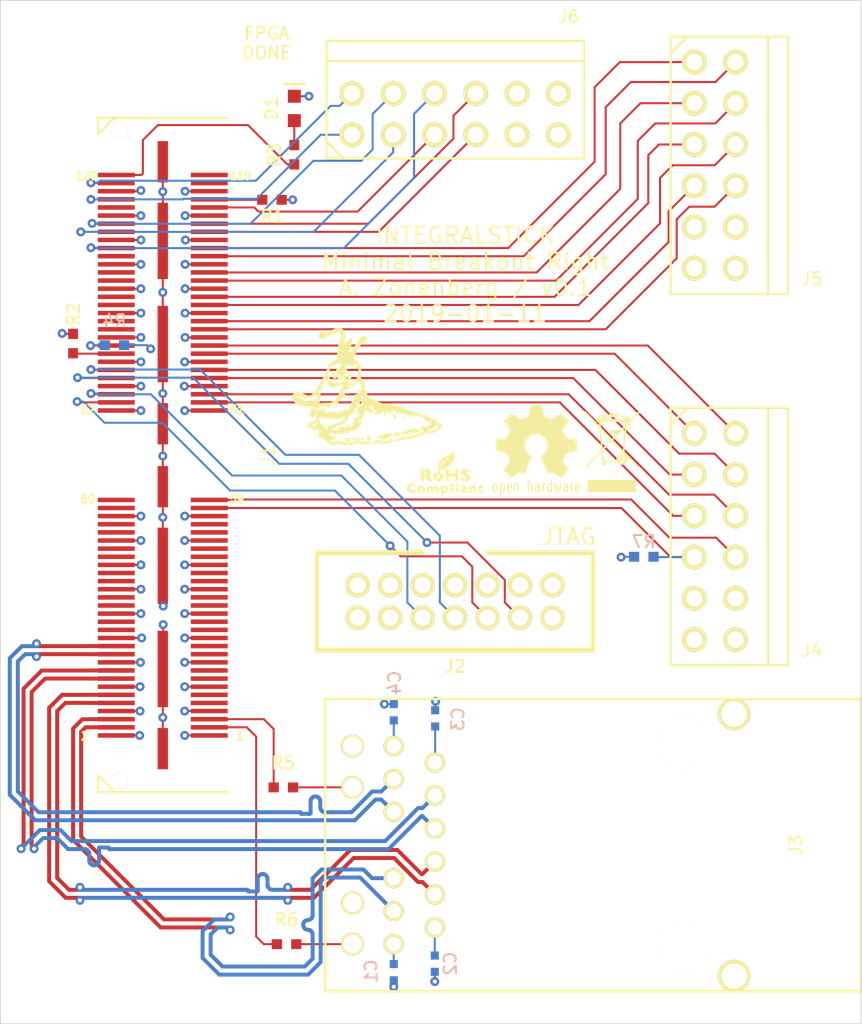
<source format=kicad_pcb>
(kicad_pcb (version 20171130) (host pcbnew "(6.0.0-rc1-dev-1427-g10887868d)")
  (layers (0 F.Cu signal) (1 In1.Cu signal) (2 In2.Cu signal) (31 B.Cu signal) (34 B.Paste user) (35 F.Paste user) (36 B.SilkS user) (37 F.SilkS user) (38 B.Mask user) (39 F.Mask user) (44 Edge.Cuts user))
  (net 0 "")
  (net 1 /ETH_A_TAP)
  (net 2 /GND)
  (net 3 /ETH_B_TAP)
  (net 4 /ETH_C_TAP)
  (net 5 /ETH_D_TAP)
  (net 6 "Net-(D1-Pad2)")
  (net 7 /JTAG_TDI)
  (net 8 /3V3)
  (net 9 /JTAG_TMS)
  (net 10 "Net-(J1-Pad120)")
  (net 11 /JTAG_TCK)
  (net 12 /JTAG_TDO)
  (net 13 "Net-(J1-Pad76)")
  (net 14 /PMOD0_DQ0)
  (net 15 "Net-(J1-Pad78)")
  (net 16 /PMOD0_DQ1)
  (net 17 "Net-(J1-Pad113)")
  (net 18 /PMOD0_DQ2)
  (net 19 /PMOD0_DQ7)
  (net 20 /PMOD0_DQ6)
  (net 21 /PMOD0_DQ5)
  (net 22 /PMOD0_DQ4)
  (net 23 /PMOD0_DQ3)
  (net 24 /ETH_D_N)
  (net 25 /ETH_D_P)
  (net 26 /ETH_C_N)
  (net 27 /ETH_C_P)
  (net 28 /ETH_B_N)
  (net 29 /ETH_B_P)
  (net 30 /ETH_A_N)
  (net 31 /ETH_A_P)
  (net 32 "Net-(J3-Pad16)")
  (net 33 "Net-(J3-Pad14)")
  (net 34 /ETH_LED1_P)
  (net 35 /ETH_LED2_P)
  (net 36 /PMOD1_DQ3)
  (net 37 /PMOD1_DQ4)
  (net 38 /PMOD1_DQ1)
  (net 39 /PMOD1_DQ2)
  (net 40 /PMOD1_DQ0)
  (net 41 /PMOD1_DQ6)
  (net 42 /PMOD1_DQ7)
  (net 43 /PMOD1_DQ5)
  (net 44 /PMOD2_DQ4)
  (net 45 /PMOD2_DQ5)
  (net 46 /PMOD2_DQ3)
  (net 47 /PMOD2_DQ7)
  (net 48 /PMOD2_DQ6)
  (net 49 /PMOD2_DQ0)
  (net 50 /PMOD2_DQ1)
  (net 51 /PMOD2_DQ2)
  (module azonenberg_pcb:CONN_HEADER_2.54MM_2x6_RA_PMOD_HOST (layer F.Cu) (at 102 31 180)
    (fp_text reference J6 (at -7 6) (layer F.SilkS) (effects (font (size 0.75 0.75) (thickness 0.125))))
    (fp_text value PMOD_HOST)
    (pad 6 thru_hole circle (at -6.35 -1.27 180) (size 1.524 1.524) (drill 1) (layers *.Cu *.Mask F.SilkS) (net 8 /3V3))
    (pad 5 thru_hole circle (at -3.81 -1.27 180) (size 1.524 1.524) (drill 1) (layers *.Cu *.Mask F.SilkS) (net 2 /GND))
    (pad 11 thru_hole circle (at -3.81 1.27 180) (size 1.524 1.524) (drill 1) (layers *.Cu *.Mask F.SilkS) (net 2 /GND))
    (pad 12 thru_hole circle (at -6.35 1.27 180) (size 1.524 1.524) (drill 1) (layers *.Cu *.Mask F.SilkS) (net 8 /3V3))
    (pad 9 thru_hole circle (at 1.27 1.27 180) (size 1.524 1.524) (drill 1) (layers *.Cu *.Mask F.SilkS) (net 20 /PMOD0_DQ6))
    (pad 8 thru_hole circle (at 3.81 1.27 180) (size 1.524 1.524) (drill 1) (layers *.Cu *.Mask F.SilkS) (net 21 /PMOD0_DQ5))
    (pad 7 thru_hole circle (at 6.35 1.27 180) (size 1.524 1.524) (drill 1) (layers *.Cu *.Mask F.SilkS) (net 22 /PMOD0_DQ4))
    (pad 1 thru_hole circle (at 6.35 -1.27 180) (size 1.524 1.524) (drill 1) (layers *.Cu *.Mask F.SilkS) (net 14 /PMOD0_DQ0))
    (pad 2 thru_hole circle (at 3.81 -1.27 180) (size 1.524 1.524) (drill 1) (layers *.Cu *.Mask F.SilkS) (net 16 /PMOD0_DQ1))
    (pad 3 thru_hole circle (at 1.27 -1.27 180) (size 1.524 1.524) (drill 1) (layers *.Cu *.Mask F.SilkS) (net 18 /PMOD0_DQ2))
    (pad 10 thru_hole circle (at -1.27 1.27 180) (size 1.524 1.524) (drill 1) (layers *.Cu *.Mask F.SilkS) (net 19 /PMOD0_DQ7))
    (pad 4 thru_hole circle (at -1.27 -1.27 180) (size 1.524 1.524) (drill 1) (layers *.Cu *.Mask F.SilkS) (net 23 /PMOD0_DQ3))
  )
  (module azonenberg_pcb:EIA_0402_RES_NOSILK (layer B.Cu) (at 113.625 58.25)
    (fp_text reference R7 (at 0 -0.925) (layer B.SilkS) (effects (font (size 0.75 0.75) (thickness 0.125)) (justify mirror)))
    (fp_text value 1K hide)
    (pad 2 smd rect (at 0.597 0) (size 0.635 0.61) (layers B.Cu B.Paste B.Mask) (net 36 /PMOD1_DQ3))
    (pad 1 smd rect (at -0.597 0) (size 0.635 0.61) (layers B.Cu B.Paste B.Mask) (net 8 /3V3))
  )
  (module azonenberg_pcb:CONN_HEADER_2.54MM_2x6_RA_PMOD_HOST (layer F.Cu) (at 118 34.14 90)
    (fp_text reference J5 (at -7 6 180) (layer F.SilkS) (effects (font (size 0.75 0.75) (thickness 0.125))))
    (fp_text value PMOD_HOST)
    (pad 4 thru_hole circle (at -1.27 -1.27 90) (size 1.524 1.524) (drill 1) (layers *.Cu *.Mask F.SilkS) (net 46 /PMOD2_DQ3))
    (pad 10 thru_hole circle (at -1.27 1.27 90) (size 1.524 1.524) (drill 1) (layers *.Cu *.Mask F.SilkS) (net 47 /PMOD2_DQ7))
    (pad 3 thru_hole circle (at 1.27 -1.27 90) (size 1.524 1.524) (drill 1) (layers *.Cu *.Mask F.SilkS) (net 51 /PMOD2_DQ2))
    (pad 2 thru_hole circle (at 3.81 -1.27 90) (size 1.524 1.524) (drill 1) (layers *.Cu *.Mask F.SilkS) (net 50 /PMOD2_DQ1))
    (pad 1 thru_hole circle (at 6.35 -1.27 90) (size 1.524 1.524) (drill 1) (layers *.Cu *.Mask F.SilkS) (net 49 /PMOD2_DQ0))
    (pad 7 thru_hole circle (at 6.35 1.27 90) (size 1.524 1.524) (drill 1) (layers *.Cu *.Mask F.SilkS) (net 44 /PMOD2_DQ4))
    (pad 8 thru_hole circle (at 3.81 1.27 90) (size 1.524 1.524) (drill 1) (layers *.Cu *.Mask F.SilkS) (net 45 /PMOD2_DQ5))
    (pad 9 thru_hole circle (at 1.27 1.27 90) (size 1.524 1.524) (drill 1) (layers *.Cu *.Mask F.SilkS) (net 48 /PMOD2_DQ6))
    (pad 12 thru_hole circle (at -6.35 1.27 90) (size 1.524 1.524) (drill 1) (layers *.Cu *.Mask F.SilkS) (net 8 /3V3))
    (pad 11 thru_hole circle (at -3.81 1.27 90) (size 1.524 1.524) (drill 1) (layers *.Cu *.Mask F.SilkS) (net 2 /GND))
    (pad 5 thru_hole circle (at -3.81 -1.27 90) (size 1.524 1.524) (drill 1) (layers *.Cu *.Mask F.SilkS) (net 2 /GND))
    (pad 6 thru_hole circle (at -6.35 -1.27 90) (size 1.524 1.524) (drill 1) (layers *.Cu *.Mask F.SilkS) (net 8 /3V3))
  )
  (module azonenberg_pcb:CONN_HEADER_2.54MM_2x6_RA_PMOD_HOST (layer F.Cu) (at 118 57 90)
    (fp_text reference J4 (at -7 6 180) (layer F.SilkS) (effects (font (size 0.75 0.75) (thickness 0.125))))
    (fp_text value PMOD_HOST)
    (pad 6 thru_hole circle (at -6.35 -1.27 90) (size 1.524 1.524) (drill 1) (layers *.Cu *.Mask F.SilkS) (net 8 /3V3))
    (pad 5 thru_hole circle (at -3.81 -1.27 90) (size 1.524 1.524) (drill 1) (layers *.Cu *.Mask F.SilkS) (net 2 /GND))
    (pad 11 thru_hole circle (at -3.81 1.27 90) (size 1.524 1.524) (drill 1) (layers *.Cu *.Mask F.SilkS) (net 2 /GND))
    (pad 12 thru_hole circle (at -6.35 1.27 90) (size 1.524 1.524) (drill 1) (layers *.Cu *.Mask F.SilkS) (net 8 /3V3))
    (pad 9 thru_hole circle (at 1.27 1.27 90) (size 1.524 1.524) (drill 1) (layers *.Cu *.Mask F.SilkS) (net 41 /PMOD1_DQ6))
    (pad 8 thru_hole circle (at 3.81 1.27 90) (size 1.524 1.524) (drill 1) (layers *.Cu *.Mask F.SilkS) (net 43 /PMOD1_DQ5))
    (pad 7 thru_hole circle (at 6.35 1.27 90) (size 1.524 1.524) (drill 1) (layers *.Cu *.Mask F.SilkS) (net 37 /PMOD1_DQ4))
    (pad 1 thru_hole circle (at 6.35 -1.27 90) (size 1.524 1.524) (drill 1) (layers *.Cu *.Mask F.SilkS) (net 40 /PMOD1_DQ0))
    (pad 2 thru_hole circle (at 3.81 -1.27 90) (size 1.524 1.524) (drill 1) (layers *.Cu *.Mask F.SilkS) (net 38 /PMOD1_DQ1))
    (pad 3 thru_hole circle (at 1.27 -1.27 90) (size 1.524 1.524) (drill 1) (layers *.Cu *.Mask F.SilkS) (net 39 /PMOD1_DQ2))
    (pad 10 thru_hole circle (at -1.27 1.27 90) (size 1.524 1.524) (drill 1) (layers *.Cu *.Mask F.SilkS) (net 42 /PMOD1_DQ7))
    (pad 4 thru_hole circle (at -1.27 -1.27 90) (size 1.524 1.524) (drill 1) (layers *.Cu *.Mask F.SilkS) (net 36 /PMOD1_DQ3))
  )
  (module azonenberg_pcb:EIA_0402_RES_NOSILK (layer F.Cu) (at 91.625 82.1 180)
    (fp_text reference R6 (at 0 1.5 180) (layer F.SilkS) (effects (font (size 0.75 0.75) (thickness 0.125))))
    (fp_text value 270 hide)
    (pad 2 smd rect (at 0.597 0 180) (size 0.635 0.61) (layers F.Cu F.Paste F.Mask) (net 35 /ETH_LED2_P))
    (pad 1 smd rect (at -0.597 0 180) (size 0.635 0.61) (layers F.Cu F.Paste F.Mask) (net 32 "Net-(J3-Pad16)"))
  )
  (module azonenberg_pcb:EIA_0402_RES_NOSILK (layer F.Cu) (at 91.425 72.45 180)
    (fp_text reference R5 (at 0 1.5 180) (layer F.SilkS) (effects (font (size 0.75 0.75) (thickness 0.125))))
    (fp_text value 270 hide)
    (pad 2 smd rect (at 0.597 0 180) (size 0.635 0.61) (layers F.Cu F.Paste F.Mask) (net 34 /ETH_LED1_P))
    (pad 1 smd rect (at -0.597 0 180) (size 0.635 0.61) (layers F.Cu F.Paste F.Mask) (net 33 "Net-(J3-Pad14)"))
  )
  (module azonenberg_pcb:EIA_0402_RES_NOSILK (layer B.Cu) (at 81.025 45.225)
    (fp_text reference R4 (at 0 -1.5) (layer B.SilkS) (effects (font (size 0.75 0.75) (thickness 0.125)) (justify mirror)))
    (fp_text value 1K hide)
    (pad 2 smd rect (at 0.597 0) (size 0.635 0.61) (layers B.Cu B.Paste B.Mask) (net 2 /GND))
    (pad 1 smd rect (at -0.597 0) (size 0.635 0.61) (layers B.Cu B.Paste B.Mask) (net 15 "Net-(J1-Pad78)"))
  )
  (module azonenberg_pcb:EIA_0402_RES_NOSILK (layer F.Cu) (at 92.1 33.5 90)
    (fp_text reference R3 (at -0.025 -1.225 90) (layer F.SilkS) (effects (font (size 0.75 0.75) (thickness 0.125))))
    (fp_text value 470 hide)
    (pad 2 smd rect (at 0.597 0 90) (size 0.635 0.61) (layers F.Cu F.Paste F.Mask) (net 6 "Net-(D1-Pad2)"))
    (pad 1 smd rect (at -0.597 0 90) (size 0.635 0.61) (layers F.Cu F.Paste F.Mask) (net 10 "Net-(J1-Pad120)"))
  )
  (module azonenberg_pcb:EIA_0402_RES_NOSILK (layer F.Cu) (at 78.475 45.125 90)
    (fp_text reference R2 (at 1.8 0.025 90) (layer F.SilkS) (effects (font (size 0.75 0.75) (thickness 0.125))))
    (fp_text value 1K hide)
    (pad 2 smd rect (at 0.597 0 90) (size 0.635 0.61) (layers F.Cu F.Paste F.Mask) (net 8 /3V3))
    (pad 1 smd rect (at -0.597 0 90) (size 0.635 0.61) (layers F.Cu F.Paste F.Mask) (net 13 "Net-(J1-Pad76)"))
  )
  (module azonenberg_pcb:EIA_0402_RES_NOSILK (layer F.Cu) (at 90.725 36.275)
    (fp_text reference R1 (at 0.025 1.025) (layer F.SilkS) (effects (font (size 0.75 0.75) (thickness 0.125))))
    (fp_text value 1K hide)
    (pad 2 smd rect (at 0.597 0) (size 0.635 0.61) (layers F.Cu F.Paste F.Mask) (net 8 /3V3))
    (pad 1 smd rect (at -0.597 0) (size 0.635 0.61) (layers F.Cu F.Paste F.Mask) (net 17 "Net-(J1-Pad113)"))
  )
  (module azonenberg_pcb:CONN_BELFUSE_0826_1G1T_23_F (layer F.Cu) (at 116 76 270)
    (fp_text reference J3 (at 0 -7 270) (layer F.SilkS) (effects (font (size 0.75 0.75) (thickness 0.125))))
    (fp_text value BEL_FUSE_0826-1G1T-23-F hide)
    (pad 16 thru_hole circle (at 6.095 20.32 270) (size 1.4 1.4) (drill 1.14) (layers *.Cu *.Mask F.SilkS) (net 32 "Net-(J3-Pad16)"))
    (pad 15 thru_hole circle (at 3.555 20.32 270) (size 1.4 1.4) (drill 1.14) (layers *.Cu *.Mask F.SilkS) (net 2 /GND))
    (pad 14 thru_hole circle (at -3.555 20.32 270) (size 1.4 1.4) (drill 1.14) (layers *.Cu *.Mask F.SilkS) (net 33 "Net-(J3-Pad14)"))
    (pad 13 thru_hole circle (at -6.095 20.32 270) (size 1.4 1.4) (drill 1.14) (layers *.Cu *.Mask F.SilkS) (net 2 /GND))
    (pad 12 thru_hole circle (at 6.095 17.78 270) (size 1.25 1.25) (drill 0.89) (layers *.Cu *.Mask F.SilkS) (net 1 /ETH_A_TAP))
    (pad 11 thru_hole circle (at 4.065 17.78 270) (size 1.25 1.25) (drill 0.89) (layers *.Cu *.Mask F.SilkS) (net 31 /ETH_A_P))
    (pad 10 thru_hole circle (at 2.035 17.78 270) (size 1.25 1.25) (drill 0.89) (layers *.Cu *.Mask F.SilkS) (net 30 /ETH_A_N))
    (pad 9 thru_hole circle (at -2.035 17.78 270) (size 1.25 1.25) (drill 0.89) (layers *.Cu *.Mask F.SilkS) (net 24 /ETH_D_N))
    (pad 8 thru_hole circle (at -4.065 17.78 270) (size 1.25 1.25) (drill 0.89) (layers *.Cu *.Mask F.SilkS) (net 25 /ETH_D_P))
    (pad 7 thru_hole circle (at -6.095 17.78 270) (size 1.25 1.25) (drill 0.89) (layers *.Cu *.Mask F.SilkS) (net 5 /ETH_D_TAP))
    (pad 6 thru_hole circle (at 5.075 15.24 270) (size 1.25 1.25) (drill 0.89) (layers *.Cu *.Mask F.SilkS) (net 3 /ETH_B_TAP))
    (pad 5 thru_hole circle (at 3.045 15.24 270) (size 1.25 1.25) (drill 0.89) (layers *.Cu *.Mask F.SilkS) (net 28 /ETH_B_N))
    (pad 4 thru_hole circle (at 1.015 15.24 270) (size 1.25 1.25) (drill 0.89) (layers *.Cu *.Mask F.SilkS) (net 29 /ETH_B_P))
    (pad 3 thru_hole circle (at -1.015 15.24 270) (size 1.25 1.25) (drill 0.89) (layers *.Cu *.Mask F.SilkS) (net 27 /ETH_C_P))
    (pad 2 thru_hole circle (at -3.045 15.24 270) (size 1.25 1.25) (drill 0.89) (layers *.Cu *.Mask F.SilkS) (net 26 /ETH_C_N))
    (pad 1 thru_hole circle (at -5.075 15.24 270) (size 1.25 1.25) (drill 0.89) (layers *.Cu *.Mask F.SilkS) (net 4 /ETH_C_TAP))
    (pad 17 thru_hole circle (at -8.065 -3.18 270) (size 2 2) (drill 1.57) (layers *.Cu *.Mask F.SilkS) (net 2 /GND))
    (pad 17 thru_hole circle (at 8.065 -3.18 270) (size 2 2) (drill 1.57) (layers *.Cu *.Mask F.SilkS) (net 2 /GND))
    (pad "" np_thru_hole circle (at 6.35 0 270) (size 3.25 3.25) (drill 3.25) (layers *.Cu *.Mask F.SilkS))
    (pad "" np_thru_hole circle (at -6.35 0 270) (size 3.25 3.25) (drill 3.25) (layers *.Cu *.Mask F.SilkS))
  )
  (module azonenberg_pcb:XILINX_JTAG_PTH_MOLEX_0878311420 (layer F.Cu) (at 102 61 180)
    (fp_text reference J2 (at 0 -4 180) (layer F.SilkS) (effects (font (size 0.75 0.75) (thickness 0.125))))
    (fp_text value XILINX_JTAG hide)
    (pad 14 thru_hole circle (at 6 -1 180) (size 1.5 1.5) (drill 1) (layers *.Cu *.Mask F.SilkS))
    (pad 13 thru_hole circle (at 6 1 180) (size 1.5 1.5) (drill 1) (layers *.Cu *.Mask F.SilkS))
    (pad 12 thru_hole circle (at 4 -1 180) (size 1.5 1.5) (drill 1) (layers *.Cu *.Mask F.SilkS))
    (pad 11 thru_hole circle (at 4 1 180) (size 1.5 1.5) (drill 1) (layers *.Cu *.Mask F.SilkS) (net 2 /GND))
    (pad 10 thru_hole circle (at 2 -1 180) (size 1.5 1.5) (drill 1) (layers *.Cu *.Mask F.SilkS) (net 7 /JTAG_TDI))
    (pad 9 thru_hole circle (at 2 1 180) (size 1.5 1.5) (drill 1) (layers *.Cu *.Mask F.SilkS) (net 2 /GND))
    (pad 8 thru_hole circle (at 0 -1 180) (size 1.5 1.5) (drill 1) (layers *.Cu *.Mask F.SilkS) (net 12 /JTAG_TDO))
    (pad 7 thru_hole circle (at 0 1 180) (size 1.5 1.5) (drill 1) (layers *.Cu *.Mask F.SilkS) (net 2 /GND))
    (pad 6 thru_hole circle (at -2 -1 180) (size 1.5 1.5) (drill 1) (layers *.Cu *.Mask F.SilkS) (net 11 /JTAG_TCK))
    (pad 5 thru_hole circle (at -2 1 180) (size 1.5 1.5) (drill 1) (layers *.Cu *.Mask F.SilkS) (net 2 /GND))
    (pad 4 thru_hole circle (at -4 -1 180) (size 1.5 1.5) (drill 1) (layers *.Cu *.Mask F.SilkS) (net 9 /JTAG_TMS))
    (pad 3 thru_hole circle (at -4 1 180) (size 1.5 1.5) (drill 1) (layers *.Cu *.Mask F.SilkS) (net 2 /GND))
    (pad 2 thru_hole circle (at -6 -1 180) (size 1.5 1.5) (drill 1) (layers *.Cu *.Mask F.SilkS) (net 8 /3V3))
    (pad 1 thru_hole circle (at -6 1 180) (size 1.5 1.5) (drill 1) (layers *.Cu *.Mask F.SilkS))
  )
  (module azonenberg_pcb:CONN_SAMTEC_QSH-060-01-L-D-A (layer F.Cu) (at 84 52 180)
    (fp_text reference J1 (at -6.5 0 270) (layer F.SilkS) (effects (font (size 0.75 0.75) (thickness 0.125))))
    (fp_text value CONN_INTEGRALSTICK_MCU_HOST hide)
    (fp_text user 119 (at -4.8 17.2 180) (layer F.SilkS) (effects (font (size 0.508 0.457) (thickness 0.11425))))
    (fp_text user 120 (at 4.7 17.2 180) (layer F.SilkS) (effects (font (size 0.508 0.457) (thickness 0.11425))))
    (fp_text user 62 (at 4.6 2.8 180) (layer F.SilkS) (effects (font (size 0.508 0.457) (thickness 0.11425))))
    (fp_text user 61 (at -4.6 2.8 180) (layer F.SilkS) (effects (font (size 0.508 0.457) (thickness 0.11425))))
    (fp_text user 1 (at -4.765 -17.3 180) (layer F.SilkS) (effects (font (size 0.508 0.457) (thickness 0.11425))))
    (fp_text user 2 (at 4.815 -17.3 180) (layer F.SilkS) (effects (font (size 0.508 0.457) (thickness 0.11425))))
    (fp_text user 60 (at 4.615 -2.7 180) (layer F.SilkS) (effects (font (size 0.508 0.457) (thickness 0.11425))))
    (fp_text user 59 (at -4.565 -2.7 180) (layer F.SilkS) (effects (font (size 0.508 0.457) (thickness 0.11425))))
    (pad 65 smd rect (at -2.865 3.753 180) (size 2.27 0.279) (layers F.Cu F.Paste F.Mask) (net 41 /PMOD1_DQ6))
    (pad 66 smd rect (at 2.865 3.753 180) (size 2.27 0.279) (layers F.Cu F.Paste F.Mask) (net 7 /JTAG_TDI))
    (pad 73 smd rect (at -2.865 5.753 180) (size 2.27 0.279) (layers F.Cu F.Paste F.Mask) (net 8 /3V3))
    (pad 74 smd rect (at 2.865 5.753 180) (size 2.27 0.279) (layers F.Cu F.Paste F.Mask) (net 8 /3V3))
    (pad 67 smd rect (at -2.865 4.253 180) (size 2.27 0.279) (layers F.Cu F.Paste F.Mask) (net 8 /3V3))
    (pad 68 smd rect (at 2.865 4.253 180) (size 2.27 0.279) (layers F.Cu F.Paste F.Mask) (net 8 /3V3))
    (pad 69 smd rect (at -2.865 4.753 180) (size 2.27 0.279) (layers F.Cu F.Paste F.Mask) (net 38 /PMOD1_DQ1))
    (pad 70 smd rect (at 2.865 4.753 180) (size 2.27 0.279) (layers F.Cu F.Paste F.Mask) (net 9 /JTAG_TMS))
    (pad 120 smd rect (at 2.865 17.253 180) (size 2.27 0.279) (layers F.Cu F.Paste F.Mask) (net 10 "Net-(J1-Pad120)"))
    (pad 128 smd rect (at 0 18.068 180) (size 0.64 2.54) (layers F.Cu F.Paste F.Mask) (net 2 /GND))
    (pad 125 smd rect (at 0 1.938 180) (size 0.64 2.54) (layers F.Cu F.Paste F.Mask) (net 2 /GND))
    (pad 79 smd rect (at -2.865 7.253 180) (size 2.27 0.279) (layers F.Cu F.Paste F.Mask) (net 8 /3V3))
    (pad 80 smd rect (at 2.865 7.253 180) (size 2.27 0.279) (layers F.Cu F.Paste F.Mask) (net 8 /3V3))
    (pad 91 smd rect (at -2.865 10.253 180) (size 2.27 0.279) (layers F.Cu F.Paste F.Mask) (net 8 /3V3))
    (pad 92 smd rect (at 2.865 10.253 180) (size 2.27 0.279) (layers F.Cu F.Paste F.Mask) (net 8 /3V3))
    (pad 93 smd rect (at -2.865 10.753 180) (size 2.27 0.279) (layers F.Cu F.Paste F.Mask) (net 45 /PMOD2_DQ5))
    (pad 94 smd rect (at 2.865 10.753 180) (size 2.27 0.279) (layers F.Cu F.Paste F.Mask))
    (pad 119 smd rect (at -2.865 17.253 180) (size 2.27 0.279) (layers F.Cu F.Paste F.Mask))
    (pad 127 smd rect (at 0 13.194 180) (size 0.64 4.7) (layers F.Cu F.Paste F.Mask) (net 2 /GND))
    (pad 126 smd rect (at 0 6.844 180) (size 0.64 4.7) (layers F.Cu F.Paste F.Mask) (net 2 /GND))
    (pad 95 smd rect (at -2.865 11.253 180) (size 2.27 0.279) (layers F.Cu F.Paste F.Mask) (net 50 /PMOD2_DQ1))
    (pad 96 smd rect (at 2.865 11.253 180) (size 2.27 0.279) (layers F.Cu F.Paste F.Mask))
    (pad 63 smd rect (at -2.865 3.253 180) (size 2.27 0.279) (layers F.Cu F.Paste F.Mask) (net 39 /PMOD1_DQ2))
    (pad 64 smd rect (at 2.865 3.253 180) (size 2.27 0.279) (layers F.Cu F.Paste F.Mask) (net 11 /JTAG_TCK))
    (pad 71 smd rect (at -2.865 5.253 180) (size 2.27 0.279) (layers F.Cu F.Paste F.Mask) (net 43 /PMOD1_DQ5))
    (pad 72 smd rect (at 2.865 5.253 180) (size 2.27 0.279) (layers F.Cu F.Paste F.Mask) (net 12 /JTAG_TDO))
    (pad 62 smd rect (at 2.865 2.753 180) (size 2.27 0.279) (layers F.Cu F.Paste F.Mask) (net 8 /3V3))
    (pad 89 smd rect (at -2.865 9.753 180) (size 2.27 0.279) (layers F.Cu F.Paste F.Mask) (net 51 /PMOD2_DQ2))
    (pad 90 smd rect (at 2.865 9.753 180) (size 2.27 0.279) (layers F.Cu F.Paste F.Mask))
    (pad 75 smd rect (at -2.865 6.253 180) (size 2.27 0.279) (layers F.Cu F.Paste F.Mask) (net 40 /PMOD1_DQ0))
    (pad 76 smd rect (at 2.865 6.253 180) (size 2.27 0.279) (layers F.Cu F.Paste F.Mask) (net 13 "Net-(J1-Pad76)"))
    (pad 115 smd rect (at -2.865 16.253 180) (size 2.27 0.279) (layers F.Cu F.Paste F.Mask) (net 8 /3V3))
    (pad 116 smd rect (at 2.865 16.253 180) (size 2.27 0.279) (layers F.Cu F.Paste F.Mask) (net 8 /3V3))
    (pad 87 smd rect (at -2.865 9.253 180) (size 2.27 0.279) (layers F.Cu F.Paste F.Mask) (net 48 /PMOD2_DQ6))
    (pad 88 smd rect (at 2.865 9.253 180) (size 2.27 0.279) (layers F.Cu F.Paste F.Mask))
    (pad 111 smd rect (at -2.865 15.253 180) (size 2.27 0.279) (layers F.Cu F.Paste F.Mask) (net 18 /PMOD0_DQ2))
    (pad 112 smd rect (at 2.865 15.253 180) (size 2.27 0.279) (layers F.Cu F.Paste F.Mask))
    (pad 117 smd rect (at -2.865 16.753 180) (size 2.27 0.279) (layers F.Cu F.Paste F.Mask))
    (pad 118 smd rect (at 2.865 16.753 180) (size 2.27 0.279) (layers F.Cu F.Paste F.Mask) (net 22 /PMOD0_DQ4))
    (pad 61 smd rect (at -2.865 2.753 180) (size 2.27 0.279) (layers F.Cu F.Paste F.Mask) (net 8 /3V3))
    (pad 109 smd rect (at -2.865 14.753 180) (size 2.27 0.279) (layers F.Cu F.Paste F.Mask) (net 8 /3V3))
    (pad 110 smd rect (at 2.865 14.753 180) (size 2.27 0.279) (layers F.Cu F.Paste F.Mask) (net 8 /3V3))
    (pad 107 smd rect (at -2.865 14.253 180) (size 2.27 0.279) (layers F.Cu F.Paste F.Mask) (net 19 /PMOD0_DQ7))
    (pad 108 smd rect (at 2.865 14.253 180) (size 2.27 0.279) (layers F.Cu F.Paste F.Mask) (net 21 /PMOD0_DQ5))
    (pad 101 smd rect (at -2.865 12.753 180) (size 2.27 0.279) (layers F.Cu F.Paste F.Mask) (net 49 /PMOD2_DQ0))
    (pad 102 smd rect (at 2.865 12.753 180) (size 2.27 0.279) (layers F.Cu F.Paste F.Mask) (net 20 /PMOD0_DQ6))
    (pad 97 smd rect (at -2.865 11.753 180) (size 2.27 0.279) (layers F.Cu F.Paste F.Mask) (net 8 /3V3))
    (pad 98 smd rect (at 2.865 11.753 180) (size 2.27 0.279) (layers F.Cu F.Paste F.Mask) (net 8 /3V3))
    (pad 77 smd rect (at -2.865 6.753 180) (size 2.27 0.279) (layers F.Cu F.Paste F.Mask) (net 37 /PMOD1_DQ4))
    (pad 78 smd rect (at 2.865 6.753 180) (size 2.27 0.279) (layers F.Cu F.Paste F.Mask) (net 15 "Net-(J1-Pad78)"))
    (pad 103 smd rect (at -2.865 13.253 180) (size 2.27 0.279) (layers F.Cu F.Paste F.Mask) (net 8 /3V3))
    (pad 104 smd rect (at 2.865 13.253 180) (size 2.27 0.279) (layers F.Cu F.Paste F.Mask) (net 8 /3V3))
    (pad 83 smd rect (at -2.865 8.253 180) (size 2.27 0.279) (layers F.Cu F.Paste F.Mask) (net 46 /PMOD2_DQ3))
    (pad 84 smd rect (at 2.865 8.253 180) (size 2.27 0.279) (layers F.Cu F.Paste F.Mask))
    (pad 81 smd rect (at -2.865 7.753 180) (size 2.27 0.279) (layers F.Cu F.Paste F.Mask) (net 47 /PMOD2_DQ7))
    (pad 82 smd rect (at 2.865 7.753 180) (size 2.27 0.279) (layers F.Cu F.Paste F.Mask))
    (pad 105 smd rect (at -2.865 13.753 180) (size 2.27 0.279) (layers F.Cu F.Paste F.Mask) (net 23 /PMOD0_DQ3))
    (pad 106 smd rect (at 2.865 13.753 180) (size 2.27 0.279) (layers F.Cu F.Paste F.Mask) (net 16 /PMOD0_DQ1))
    (pad 85 smd rect (at -2.865 8.753 180) (size 2.27 0.279) (layers F.Cu F.Paste F.Mask) (net 8 /3V3))
    (pad 86 smd rect (at 2.865 8.753 180) (size 2.27 0.279) (layers F.Cu F.Paste F.Mask) (net 8 /3V3))
    (pad 99 smd rect (at -2.865 12.253 180) (size 2.27 0.279) (layers F.Cu F.Paste F.Mask) (net 44 /PMOD2_DQ4))
    (pad 100 smd rect (at 2.865 12.253 180) (size 2.27 0.279) (layers F.Cu F.Paste F.Mask))
    (pad 113 smd rect (at -2.865 15.753 180) (size 2.27 0.279) (layers F.Cu F.Paste F.Mask) (net 17 "Net-(J1-Pad113)"))
    (pad 114 smd rect (at 2.865 15.753 180) (size 2.27 0.279) (layers F.Cu F.Paste F.Mask) (net 14 /PMOD0_DQ0))
    (pad "" thru_hole circle (at 2.67 -20.065 180) (size 1.02 1.02) (drill 1.02) (layers *.Cu *.Mask F.SilkS))
    (pad 59 smd rect (at -2.865 -2.75 180) (size 2.27 0.279) (layers F.Cu F.Paste F.Mask) (net 42 /PMOD1_DQ7))
    (pad 123 smd rect (at 0 -6.809 180) (size 0.64 4.7) (layers F.Cu F.Paste F.Mask) (net 2 /GND))
    (pad 122 smd rect (at 0 -13.159 180) (size 0.64 4.7) (layers F.Cu F.Paste F.Mask) (net 2 /GND))
    (pad 124 smd rect (at 0 -1.935 180) (size 0.64 2.54) (layers F.Cu F.Paste F.Mask) (net 2 /GND))
    (pad 121 smd rect (at 0 -18.065 180) (size 0.64 2.54) (layers F.Cu F.Paste F.Mask) (net 2 /GND))
    (pad "" thru_hole circle (at 2.67 20.065 180) (size 1.02 1.02) (drill 1.02) (layers *.Cu *.Mask F.SilkS))
    (pad 60 smd rect (at 2.865 -2.75 180) (size 2.27 0.279) (layers F.Cu F.Paste F.Mask))
    (pad 57 smd rect (at -2.865 -3.25 180) (size 2.27 0.279) (layers F.Cu F.Paste F.Mask) (net 36 /PMOD1_DQ3))
    (pad 58 smd rect (at 2.865 -3.25 180) (size 2.27 0.279) (layers F.Cu F.Paste F.Mask))
    (pad 55 smd rect (at -2.865 -3.75 180) (size 2.27 0.279) (layers F.Cu F.Paste F.Mask) (net 8 /3V3))
    (pad 56 smd rect (at 2.865 -3.75 180) (size 2.27 0.279) (layers F.Cu F.Paste F.Mask) (net 8 /3V3))
    (pad 53 smd rect (at -2.865 -4.25 180) (size 2.27 0.279) (layers F.Cu F.Paste F.Mask))
    (pad 54 smd rect (at 2.865 -4.25 180) (size 2.27 0.279) (layers F.Cu F.Paste F.Mask))
    (pad 51 smd rect (at -2.865 -4.75 180) (size 2.27 0.279) (layers F.Cu F.Paste F.Mask))
    (pad 52 smd rect (at 2.865 -4.75 180) (size 2.27 0.279) (layers F.Cu F.Paste F.Mask))
    (pad 49 smd rect (at -2.865 -5.25 180) (size 2.27 0.279) (layers F.Cu F.Paste F.Mask) (net 8 /3V3))
    (pad 50 smd rect (at 2.865 -5.25 180) (size 2.27 0.279) (layers F.Cu F.Paste F.Mask) (net 8 /3V3))
    (pad 47 smd rect (at -2.865 -5.75 180) (size 2.27 0.279) (layers F.Cu F.Paste F.Mask))
    (pad 48 smd rect (at 2.865 -5.75 180) (size 2.27 0.279) (layers F.Cu F.Paste F.Mask))
    (pad 45 smd rect (at -2.865 -6.25 180) (size 2.27 0.279) (layers F.Cu F.Paste F.Mask))
    (pad 46 smd rect (at 2.865 -6.25 180) (size 2.27 0.279) (layers F.Cu F.Paste F.Mask))
    (pad 43 smd rect (at -2.865 -6.75 180) (size 2.27 0.279) (layers F.Cu F.Paste F.Mask) (net 8 /3V3))
    (pad 44 smd rect (at 2.865 -6.75 180) (size 2.27 0.279) (layers F.Cu F.Paste F.Mask) (net 8 /3V3))
    (pad 41 smd rect (at -2.865 -7.25 180) (size 2.27 0.279) (layers F.Cu F.Paste F.Mask))
    (pad 42 smd rect (at 2.865 -7.25 180) (size 2.27 0.279) (layers F.Cu F.Paste F.Mask))
    (pad 39 smd rect (at -2.865 -7.75 180) (size 2.27 0.279) (layers F.Cu F.Paste F.Mask))
    (pad 40 smd rect (at 2.865 -7.75 180) (size 2.27 0.279) (layers F.Cu F.Paste F.Mask))
    (pad 37 smd rect (at -2.865 -8.25 180) (size 2.27 0.279) (layers F.Cu F.Paste F.Mask) (net 8 /3V3))
    (pad 38 smd rect (at 2.865 -8.25 180) (size 2.27 0.279) (layers F.Cu F.Paste F.Mask) (net 8 /3V3))
    (pad 35 smd rect (at -2.865 -8.75 180) (size 2.27 0.279) (layers F.Cu F.Paste F.Mask))
    (pad 36 smd rect (at 2.865 -8.75 180) (size 2.27 0.279) (layers F.Cu F.Paste F.Mask))
    (pad 33 smd rect (at -2.865 -9.25 180) (size 2.27 0.279) (layers F.Cu F.Paste F.Mask))
    (pad 34 smd rect (at 2.865 -9.25 180) (size 2.27 0.279) (layers F.Cu F.Paste F.Mask))
    (pad 31 smd rect (at -2.865 -9.75 180) (size 2.27 0.279) (layers F.Cu F.Paste F.Mask) (net 8 /3V3))
    (pad 32 smd rect (at 2.865 -9.75 180) (size 2.27 0.279) (layers F.Cu F.Paste F.Mask) (net 8 /3V3))
    (pad 29 smd rect (at -2.865 -10.25 180) (size 2.27 0.279) (layers F.Cu F.Paste F.Mask))
    (pad 30 smd rect (at 2.865 -10.25 180) (size 2.27 0.279) (layers F.Cu F.Paste F.Mask))
    (pad 27 smd rect (at -2.865 -10.75 180) (size 2.27 0.279) (layers F.Cu F.Paste F.Mask))
    (pad 28 smd rect (at 2.865 -10.75 180) (size 2.27 0.279) (layers F.Cu F.Paste F.Mask))
    (pad 25 smd rect (at -2.865 -11.25 180) (size 2.27 0.279) (layers F.Cu F.Paste F.Mask) (net 8 /3V3))
    (pad 26 smd rect (at 2.865 -11.25 180) (size 2.27 0.279) (layers F.Cu F.Paste F.Mask) (net 2 /GND))
    (pad 23 smd rect (at -2.865 -11.75 180) (size 2.27 0.279) (layers F.Cu F.Paste F.Mask))
    (pad 24 smd rect (at 2.865 -11.75 180) (size 2.27 0.279) (layers F.Cu F.Paste F.Mask) (net 24 /ETH_D_N))
    (pad 21 smd rect (at -2.865 -12.25 180) (size 2.27 0.279) (layers F.Cu F.Paste F.Mask))
    (pad 22 smd rect (at 2.865 -12.25 180) (size 2.27 0.279) (layers F.Cu F.Paste F.Mask) (net 25 /ETH_D_P))
    (pad 19 smd rect (at -2.865 -12.75 180) (size 2.27 0.279) (layers F.Cu F.Paste F.Mask) (net 8 /3V3))
    (pad 20 smd rect (at 2.865 -12.75 180) (size 2.27 0.279) (layers F.Cu F.Paste F.Mask) (net 2 /GND))
    (pad 17 smd rect (at -2.865 -13.25 180) (size 2.27 0.279) (layers F.Cu F.Paste F.Mask))
    (pad 18 smd rect (at 2.865 -13.25 180) (size 2.27 0.279) (layers F.Cu F.Paste F.Mask) (net 26 /ETH_C_N))
    (pad 15 smd rect (at -2.865 -13.75 180) (size 2.27 0.279) (layers F.Cu F.Paste F.Mask))
    (pad 16 smd rect (at 2.865 -13.75 180) (size 2.27 0.279) (layers F.Cu F.Paste F.Mask) (net 27 /ETH_C_P))
    (pad 13 smd rect (at -2.865 -14.25 180) (size 2.27 0.279) (layers F.Cu F.Paste F.Mask) (net 8 /3V3))
    (pad 14 smd rect (at 2.865 -14.25 180) (size 2.27 0.279) (layers F.Cu F.Paste F.Mask) (net 2 /GND))
    (pad 11 smd rect (at -2.865 -14.75 180) (size 2.27 0.279) (layers F.Cu F.Paste F.Mask))
    (pad 12 smd rect (at 2.865 -14.75 180) (size 2.27 0.279) (layers F.Cu F.Paste F.Mask) (net 28 /ETH_B_N))
    (pad 9 smd rect (at -2.865 -15.25 180) (size 2.27 0.279) (layers F.Cu F.Paste F.Mask))
    (pad 10 smd rect (at 2.865 -15.25 180) (size 2.27 0.279) (layers F.Cu F.Paste F.Mask) (net 29 /ETH_B_P))
    (pad 7 smd rect (at -2.865 -15.75 180) (size 2.27 0.279) (layers F.Cu F.Paste F.Mask) (net 8 /3V3))
    (pad 8 smd rect (at 2.865 -15.75 180) (size 2.27 0.279) (layers F.Cu F.Paste F.Mask) (net 2 /GND))
    (pad 5 smd rect (at -2.865 -16.25 180) (size 2.27 0.279) (layers F.Cu F.Paste F.Mask) (net 34 /ETH_LED1_P))
    (pad 6 smd rect (at 2.865 -16.25 180) (size 2.27 0.279) (layers F.Cu F.Paste F.Mask) (net 30 /ETH_A_N))
    (pad 3 smd rect (at -2.865 -16.75 180) (size 2.27 0.279) (layers F.Cu F.Paste F.Mask) (net 35 /ETH_LED2_P))
    (pad 4 smd rect (at 2.865 -16.75 180) (size 2.27 0.279) (layers F.Cu F.Paste F.Mask) (net 31 /ETH_A_P))
    (pad 1 smd rect (at -2.865 -17.25 180) (size 2.27 0.279) (layers F.Cu F.Paste F.Mask) (net 8 /3V3))
    (pad 2 smd rect (at 2.865 -17.25 180) (size 2.27 0.279) (layers F.Cu F.Paste F.Mask) (net 2 /GND))
  )
  (module azonenberg_pcb:EIA_0603_LED (layer F.Cu) (at 92.1 30.65 270)
    (fp_text reference D1 (at 0 1.4 270) (layer F.SilkS) (effects (font (size 0.75 0.75) (thickness 0.125))))
    (fp_text value GREEN hide)
    (pad 2 smd rect (at 0.75 0 270) (size 0.8 0.8) (layers F.Cu F.Paste F.Mask) (net 6 "Net-(D1-Pad2)"))
    (pad 1 smd rect (at -0.75 0 270) (size 0.8 0.8) (layers F.Cu F.Paste F.Mask) (net 2 /GND))
  )
  (module azonenberg_pcb:EIA_0402_CAP_NOSILK (layer B.Cu) (at 98.225 67.825 270)
    (fp_text reference C4 (at -1.825 -0.05 270) (layer B.SilkS) (effects (font (size 0.75 0.75) (thickness 0.125)) (justify mirror)))
    (fp_text value "0.1 uF" hide)
    (pad 2 smd rect (at 0.5 0 270) (size 0.5 0.5) (layers B.Cu B.Paste B.Mask) (net 5 /ETH_D_TAP))
    (pad 1 smd rect (at -0.5 0 270) (size 0.5 0.5) (layers B.Cu B.Paste B.Mask) (net 2 /GND))
  )
  (module azonenberg_pcb:EIA_0402_CAP_NOSILK (layer B.Cu) (at 100.775 68.2 270)
    (fp_text reference C3 (at 0.05 -1.4 270) (layer B.SilkS) (effects (font (size 0.75 0.75) (thickness 0.125)) (justify mirror)))
    (fp_text value "0.1 uF" hide)
    (pad 2 smd rect (at 0.5 0 270) (size 0.5 0.5) (layers B.Cu B.Paste B.Mask) (net 4 /ETH_C_TAP))
    (pad 1 smd rect (at -0.5 0 270) (size 0.5 0.5) (layers B.Cu B.Paste B.Mask) (net 2 /GND))
  )
  (module azonenberg_pcb:EIA_0402_CAP_NOSILK (layer B.Cu) (at 100.75 83.3 90)
    (fp_text reference C2 (at 0 0.95 90) (layer B.SilkS) (effects (font (size 0.75 0.75) (thickness 0.125)) (justify mirror)))
    (fp_text value "0.1 uF" hide)
    (pad 2 smd rect (at 0.5 0 90) (size 0.5 0.5) (layers B.Cu B.Paste B.Mask) (net 3 /ETH_B_TAP))
    (pad 1 smd rect (at -0.5 0 90) (size 0.5 0.5) (layers B.Cu B.Paste B.Mask) (net 2 /GND))
  )
  (module azonenberg_pcb:EIA_0402_CAP_NOSILK (layer B.Cu) (at 98.225 83.824999 90)
    (fp_text reference C1 (at 0.05 -1.4 90) (layer B.SilkS) (effects (font (size 0.75 0.75) (thickness 0.125)) (justify mirror)))
    (fp_text value "0.1 uF" hide)
    (pad 2 smd rect (at 0.5 0 90) (size 0.5 0.5) (layers B.Cu B.Paste B.Mask) (net 1 /ETH_A_TAP))
    (pad 1 smd rect (at -0.5 0 90) (size 0.5 0.5) (layers B.Cu B.Paste B.Mask) (net 2 /GND))
  )
  (module w_logo:Logo_silk_WEEE_3.4x5mm (layer F.Cu) (at 111.65 51.8)
    (fp_text reference G*** hide)
    (fp_text value LOGO hide)
  )
  (module w_logo:Logo_silk_OSHW_6x6mm (layer F.Cu) (at 107 51.15)
    (fp_text reference G*** hide)
    (fp_text value LOGO hide)
  )
  (module w_logo:Logo_silk_ROHS_5x2.8mm (layer F.Cu) (at 101.425 53.1)
    (fp_text reference G*** hide)
    (fp_text value LOGO hide)
  )
  (module azonenberg_pcb:LONGTHING-1200DPI (layer F.Cu) (at 97.1 48.15)
    (fp_text reference G*** hide)
    (fp_text value LOGO hide)
  )
  (gr_text JTAG (at 109 57) (layer F.SilkS) (effects (font (size 1 1) (thickness 0.125))))
  (gr_text "INTEGRALSTICK\nMinimal Breakout Right\nA. Zonenberg / v0.1\n2019-01-11" (at 102.625 40.875) (layer F.SilkS) (effects (font (size 1 1) (thickness 0.125))))
  (gr_text "FPGA\nDONE" (at 90.4 26.625) (layer F.SilkS) (effects (font (size 0.75 0.75) (thickness 0.125))))
  (gr_line (start 127 24) (end 74 24) (layer Edge.Cuts) (width 0.05))
  (gr_line (start 127 87) (end 127 24) (layer Edge.Cuts) (width 0.05))
  (gr_line (start 74 87) (end 127 87) (layer Edge.Cuts) (width 0.05))
  (gr_line (start 74 24) (end 74 87) (layer Edge.Cuts) (width 0.05))
  (segment (start 98.22 83.319999) (end 98.225 83.324999) (width 0.125) (layer B.Cu) (net 1))
  (segment (start 98.22 82.095) (end 98.22 83.319999) (width 0.125) (layer B.Cu) (net 1))
  (via (at 84 35.775) (size 0.55) (drill 0.254) (layers F.Cu B.Cu) (net 2))
  (segment (start 84 33.932) (end 84 35.775) (width 0.125) (layer F.Cu) (net 2))
  (segment (start 84 35.775) (end 84 38.806) (width 0.125) (layer F.Cu) (net 2))
  (via (at 84 41.975) (size 0.55) (drill 0.254) (layers F.Cu B.Cu) (net 2))
  (segment (start 84 41.975) (end 84 38.806) (width 0.125) (layer F.Cu) (net 2))
  (segment (start 84 42.363908) (end 84 45.156) (width 0.125) (layer F.Cu) (net 2))
  (segment (start 84 41.975) (end 84 42.363908) (width 0.125) (layer F.Cu) (net 2))
  (via (at 84 48.2) (size 0.55) (drill 0.254) (layers F.Cu B.Cu) (net 2))
  (segment (start 84 48.2) (end 84 50.062) (width 0.125) (layer F.Cu) (net 2))
  (segment (start 84 47.631) (end 84 48.2) (width 0.125) (layer F.Cu) (net 2))
  (segment (start 84 45.156) (end 84 47.631) (width 0.125) (layer F.Cu) (net 2))
  (via (at 84 52.05) (size 0.55) (drill 0.254) (layers F.Cu B.Cu) (net 2))
  (segment (start 84 52.05) (end 84 50.062) (width 0.125) (layer F.Cu) (net 2))
  (segment (start 84 52.54) (end 84 52.05) (width 0.125) (layer F.Cu) (net 2))
  (segment (start 84 53.935) (end 84 52.54) (width 0.125) (layer F.Cu) (net 2))
  (via (at 84 55.825) (size 0.55) (drill 0.254) (layers F.Cu B.Cu) (net 2))
  (segment (start 84 55.436092) (end 84 53.935) (width 0.125) (layer F.Cu) (net 2))
  (segment (start 84 55.825) (end 84 55.436092) (width 0.125) (layer F.Cu) (net 2))
  (segment (start 84 58.809) (end 84 55.825) (width 0.125) (layer F.Cu) (net 2))
  (via (at 84.025 61.2875) (size 0.55) (drill 0.254) (layers F.Cu B.Cu) (net 2))
  (segment (start 84.025 58.834) (end 84 58.809) (width 0.125) (layer F.Cu) (net 2))
  (segment (start 84.025 61.2875) (end 84.025 58.834) (width 0.125) (layer F.Cu) (net 2))
  (via (at 84.025 62.425) (size 0.55) (drill 0.254) (layers F.Cu B.Cu) (net 2))
  (segment (start 84.025 65.134) (end 84 65.159) (width 0.125) (layer F.Cu) (net 2))
  (segment (start 84.025 62.425) (end 84.025 65.134) (width 0.125) (layer F.Cu) (net 2))
  (via (at 84 68.15) (size 0.55) (drill 0.254) (layers F.Cu B.Cu) (net 2))
  (segment (start 84 65.159) (end 84 68.15) (width 0.125) (layer F.Cu) (net 2))
  (segment (start 84 68.15) (end 84 70.065) (width 0.125) (layer F.Cu) (net 2))
  (via (at 82.575 69.25) (size 0.55) (drill 0.254) (layers F.Cu B.Cu) (net 2))
  (segment (start 81.135 69.25) (end 82.575 69.25) (width 0.125) (layer F.Cu) (net 2))
  (via (at 82.6 67.75) (size 0.55) (drill 0.254) (layers F.Cu B.Cu) (net 2))
  (segment (start 82.6 67.75) (end 81.135 67.75) (width 0.125) (layer F.Cu) (net 2))
  (via (at 82.6 66.25) (size 0.55) (drill 0.254) (layers F.Cu B.Cu) (net 2))
  (segment (start 82.6 66.25) (end 81.135 66.25) (width 0.125) (layer F.Cu) (net 2))
  (via (at 82.625 64.75) (size 0.55) (drill 0.254) (layers F.Cu B.Cu) (net 2))
  (segment (start 82.625 64.75) (end 81.135 64.75) (width 0.125) (layer F.Cu) (net 2))
  (via (at 82.7 63.25) (size 0.55) (drill 0.254) (layers F.Cu B.Cu) (net 2))
  (segment (start 82.311092 63.25) (end 81.135 63.25) (width 0.125) (layer F.Cu) (net 2))
  (segment (start 82.7 63.25) (end 82.311092 63.25) (width 0.125) (layer F.Cu) (net 2))
  (via (at 93 29.9) (size 0.55) (drill 0.254) (layers F.Cu B.Cu) (net 2))
  (segment (start 92.1 29.9) (end 93 29.9) (width 0.125) (layer F.Cu) (net 2))
  (via (at 97.65 67.325) (size 0.55) (drill 0.254) (layers F.Cu B.Cu) (net 2))
  (segment (start 98.225 67.325) (end 97.65 67.325) (width 0.125) (layer B.Cu) (net 2))
  (via (at 100.8 67.15) (size 0.55) (drill 0.254) (layers F.Cu B.Cu) (net 2))
  (segment (start 100.775 67.175) (end 100.8 67.15) (width 0.125) (layer B.Cu) (net 2))
  (segment (start 100.775 67.7) (end 100.775 67.175) (width 0.125) (layer B.Cu) (net 2))
  (via (at 100.75 84.4) (size 0.55) (drill 0.254) (layers F.Cu B.Cu) (net 2))
  (segment (start 100.75 83.8) (end 100.75 84.4) (width 0.125) (layer B.Cu) (net 2))
  (segment (start 98.225 84.324999) (end 98.225 84.725) (width 0.125) (layer B.Cu) (net 2))
  (via (at 98.225 84.725) (size 0.55) (drill 0.254) (layers F.Cu B.Cu) (net 2))
  (segment (start 83.025 45.225) (end 83.25 45.45) (width 0.125) (layer B.Cu) (net 2))
  (via (at 83.25 45.45) (size 0.55) (drill 0.254) (layers F.Cu B.Cu) (net 2))
  (segment (start 81.622 45.225) (end 83.025 45.225) (width 0.125) (layer B.Cu) (net 2))
  (segment (start 100.75 81.085) (end 100.76 81.075) (width 0.125) (layer B.Cu) (net 3))
  (segment (start 100.75 82.8) (end 100.75 81.085) (width 0.125) (layer B.Cu) (net 3))
  (segment (start 100.775 70.91) (end 100.76 70.925) (width 0.125) (layer B.Cu) (net 4))
  (segment (start 100.775 68.7) (end 100.775 70.91) (width 0.125) (layer B.Cu) (net 4))
  (segment (start 98.225 69.9) (end 98.22 69.905) (width 0.125) (layer B.Cu) (net 5))
  (segment (start 98.225 68.325) (end 98.225 69.9) (width 0.125) (layer B.Cu) (net 5))
  (segment (start 92.1 31.4) (end 92.1 32.903) (width 0.125) (layer F.Cu) (net 6))
  (via (at 79.575 48.2) (size 0.55) (drill 0.254) (layers F.Cu B.Cu) (net 7))
  (segment (start 79.622 48.247) (end 79.575 48.2) (width 0.125) (layer F.Cu) (net 7))
  (segment (start 81.135 48.247) (end 79.622 48.247) (width 0.125) (layer F.Cu) (net 7))
  (segment (start 79.963908 48.2) (end 80.013908 48.25) (width 0.125) (layer B.Cu) (net 7))
  (segment (start 79.575 48.2) (end 79.963908 48.2) (width 0.125) (layer B.Cu) (net 7))
  (segment (start 80.013908 48.25) (end 83.275 48.25) (width 0.125) (layer B.Cu) (net 7))
  (segment (start 83.275 48.25) (end 88.275 53.25) (width 0.125) (layer B.Cu) (net 7))
  (segment (start 88.275 53.25) (end 95 53.25) (width 0.125) (layer B.Cu) (net 7))
  (segment (start 99.250001 61.250001) (end 100 62) (width 0.125) (layer B.Cu) (net 7))
  (segment (start 99.062499 61.062499) (end 99.250001 61.250001) (width 0.125) (layer B.Cu) (net 7))
  (segment (start 99.062499 57.312499) (end 99.062499 61.062499) (width 0.125) (layer B.Cu) (net 7))
  (segment (start 95 53.25) (end 99.062499 57.312499) (width 0.125) (layer B.Cu) (net 7))
  (via (at 82.65 35.7) (size 0.55) (drill 0.254) (layers F.Cu B.Cu) (net 8))
  (segment (start 82.603 35.747) (end 82.65 35.7) (width 0.125) (layer F.Cu) (net 8))
  (segment (start 81.135 35.747) (end 82.603 35.747) (width 0.125) (layer F.Cu) (net 8))
  (via (at 82.65 37.25) (size 0.55) (drill 0.254) (layers F.Cu B.Cu) (net 8))
  (segment (start 81.138 37.25) (end 81.135 37.247) (width 0.125) (layer F.Cu) (net 8))
  (segment (start 82.65 37.25) (end 81.138 37.25) (width 0.125) (layer F.Cu) (net 8))
  (via (at 82.65 38.75) (size 0.55) (drill 0.254) (layers F.Cu B.Cu) (net 8))
  (segment (start 81.138 38.75) (end 81.135 38.747) (width 0.125) (layer F.Cu) (net 8))
  (segment (start 82.65 38.75) (end 81.138 38.75) (width 0.125) (layer F.Cu) (net 8))
  (via (at 82.65 40.25) (size 0.55) (drill 0.254) (layers F.Cu B.Cu) (net 8))
  (segment (start 81.138 40.25) (end 81.135 40.247) (width 0.125) (layer F.Cu) (net 8))
  (segment (start 82.65 40.25) (end 81.138 40.25) (width 0.125) (layer F.Cu) (net 8))
  (via (at 82.65 41.75) (size 0.55) (drill 0.254) (layers F.Cu B.Cu) (net 8))
  (segment (start 82.258092 41.747) (end 81.135 41.747) (width 0.125) (layer F.Cu) (net 8))
  (segment (start 82.261092 41.75) (end 82.258092 41.747) (width 0.125) (layer F.Cu) (net 8))
  (segment (start 82.65 41.75) (end 82.261092 41.75) (width 0.125) (layer F.Cu) (net 8))
  (via (at 82.65 43.25) (size 0.55) (drill 0.254) (layers F.Cu B.Cu) (net 8))
  (segment (start 82.261092 43.25) (end 82.258092 43.247) (width 0.125) (layer F.Cu) (net 8))
  (segment (start 82.258092 43.247) (end 81.135 43.247) (width 0.125) (layer F.Cu) (net 8))
  (segment (start 82.65 43.25) (end 82.261092 43.25) (width 0.125) (layer F.Cu) (net 8))
  (via (at 82.65 44.75) (size 0.55) (drill 0.254) (layers F.Cu B.Cu) (net 8))
  (segment (start 82.258092 44.747) (end 81.135 44.747) (width 0.125) (layer F.Cu) (net 8))
  (segment (start 82.261092 44.75) (end 82.258092 44.747) (width 0.125) (layer F.Cu) (net 8))
  (segment (start 82.65 44.75) (end 82.261092 44.75) (width 0.125) (layer F.Cu) (net 8))
  (via (at 82.65 46.25) (size 0.55) (drill 0.254) (layers F.Cu B.Cu) (net 8))
  (segment (start 81.138 46.25) (end 81.135 46.247) (width 0.125) (layer F.Cu) (net 8))
  (segment (start 82.65 46.25) (end 81.138 46.25) (width 0.125) (layer F.Cu) (net 8))
  (via (at 82.65 47.75) (size 0.55) (drill 0.254) (layers F.Cu B.Cu) (net 8))
  (segment (start 81.138 47.75) (end 81.135 47.747) (width 0.125) (layer F.Cu) (net 8))
  (segment (start 82.65 47.75) (end 81.138 47.75) (width 0.125) (layer F.Cu) (net 8))
  (via (at 82.65 49.25) (size 0.55) (drill 0.254) (layers F.Cu B.Cu) (net 8))
  (segment (start 81.138 49.25) (end 81.135 49.247) (width 0.125) (layer F.Cu) (net 8))
  (segment (start 82.65 49.25) (end 81.138 49.25) (width 0.125) (layer F.Cu) (net 8))
  (via (at 82.65 55.75) (size 0.55) (drill 0.254) (layers F.Cu B.Cu) (net 8))
  (segment (start 82.65 55.75) (end 81.135 55.75) (width 0.125) (layer F.Cu) (net 8))
  (via (at 82.65 57.25) (size 0.55) (drill 0.254) (layers F.Cu B.Cu) (net 8))
  (segment (start 82.65 57.25) (end 81.135 57.25) (width 0.125) (layer F.Cu) (net 8))
  (via (at 82.65 58.75) (size 0.55) (drill 0.254) (layers F.Cu B.Cu) (net 8))
  (segment (start 82.65 58.75) (end 81.135 58.75) (width 0.125) (layer F.Cu) (net 8))
  (via (at 82.65 60.25) (size 0.55) (drill 0.254) (layers F.Cu B.Cu) (net 8))
  (segment (start 82.65 60.25) (end 81.135 60.25) (width 0.125) (layer F.Cu) (net 8))
  (via (at 82.65 61.75) (size 0.55) (drill 0.254) (layers F.Cu B.Cu) (net 8))
  (segment (start 82.65 61.75) (end 81.135 61.75) (width 0.125) (layer F.Cu) (net 8))
  (via (at 85.35 61.75) (size 0.55) (drill 0.254) (layers F.Cu B.Cu) (net 8))
  (segment (start 85.738908 61.75) (end 86.865 61.75) (width 0.125) (layer F.Cu) (net 8))
  (segment (start 85.35 61.75) (end 85.738908 61.75) (width 0.125) (layer F.Cu) (net 8))
  (via (at 85.35 63.25) (size 0.55) (drill 0.254) (layers F.Cu B.Cu) (net 8))
  (segment (start 85.35 63.25) (end 86.865 63.25) (width 0.125) (layer F.Cu) (net 8))
  (via (at 85.35 64.75) (size 0.55) (drill 0.254) (layers F.Cu B.Cu) (net 8))
  (segment (start 85.35 64.75) (end 86.865 64.75) (width 0.125) (layer F.Cu) (net 8))
  (via (at 85.35 66.25) (size 0.55) (drill 0.254) (layers F.Cu B.Cu) (net 8))
  (segment (start 85.35 66.25) (end 86.865 66.25) (width 0.125) (layer F.Cu) (net 8))
  (via (at 85.35 67.75) (size 0.55) (drill 0.254) (layers F.Cu B.Cu) (net 8))
  (segment (start 85.35 67.75) (end 86.865 67.75) (width 0.125) (layer F.Cu) (net 8))
  (via (at 85.35 69.25) (size 0.55) (drill 0.254) (layers F.Cu B.Cu) (net 8))
  (segment (start 85.35 69.25) (end 86.865 69.25) (width 0.125) (layer F.Cu) (net 8))
  (via (at 85.35 60.25) (size 0.55) (drill 0.254) (layers F.Cu B.Cu) (net 8))
  (segment (start 85.35 60.25) (end 86.865 60.25) (width 0.125) (layer F.Cu) (net 8))
  (via (at 85.35 58.75) (size 0.55) (drill 0.254) (layers F.Cu B.Cu) (net 8))
  (segment (start 85.35 58.75) (end 86.865 58.75) (width 0.125) (layer F.Cu) (net 8))
  (via (at 85.35 57.25) (size 0.55) (drill 0.254) (layers F.Cu B.Cu) (net 8))
  (segment (start 85.35 57.25) (end 86.865 57.25) (width 0.125) (layer F.Cu) (net 8))
  (via (at 85.35 55.75) (size 0.55) (drill 0.254) (layers F.Cu B.Cu) (net 8))
  (segment (start 85.35 55.75) (end 86.865 55.75) (width 0.125) (layer F.Cu) (net 8))
  (via (at 85.35 49.25) (size 0.55) (drill 0.254) (layers F.Cu B.Cu) (net 8))
  (segment (start 86.862 49.25) (end 86.865 49.247) (width 0.125) (layer F.Cu) (net 8))
  (segment (start 85.35 49.25) (end 86.862 49.25) (width 0.125) (layer F.Cu) (net 8))
  (via (at 85.325 47.75) (size 0.55) (drill 0.254) (layers F.Cu B.Cu) (net 8))
  (segment (start 86.862 47.75) (end 86.865 47.747) (width 0.125) (layer F.Cu) (net 8))
  (segment (start 85.325 47.75) (end 86.862 47.75) (width 0.125) (layer F.Cu) (net 8))
  (via (at 85.35 46.25) (size 0.55) (drill 0.254) (layers F.Cu B.Cu) (net 8))
  (segment (start 86.862 46.25) (end 86.865 46.247) (width 0.125) (layer F.Cu) (net 8))
  (segment (start 85.35 46.25) (end 86.862 46.25) (width 0.125) (layer F.Cu) (net 8))
  (via (at 85.375 44.75) (size 0.55) (drill 0.254) (layers F.Cu B.Cu) (net 8))
  (segment (start 86.862 44.75) (end 86.865 44.747) (width 0.125) (layer F.Cu) (net 8))
  (segment (start 85.375 44.75) (end 86.862 44.75) (width 0.125) (layer F.Cu) (net 8))
  (via (at 85.375 43.25) (size 0.55) (drill 0.254) (layers F.Cu B.Cu) (net 8))
  (segment (start 86.862 43.25) (end 86.865 43.247) (width 0.125) (layer F.Cu) (net 8))
  (segment (start 85.375 43.25) (end 86.862 43.25) (width 0.125) (layer F.Cu) (net 8))
  (via (at 85.375 41.75) (size 0.55) (drill 0.254) (layers F.Cu B.Cu) (net 8))
  (segment (start 86.862 41.75) (end 86.865 41.747) (width 0.125) (layer F.Cu) (net 8))
  (segment (start 85.375 41.75) (end 86.862 41.75) (width 0.125) (layer F.Cu) (net 8))
  (via (at 85.375 40.25) (size 0.55) (drill 0.254) (layers F.Cu B.Cu) (net 8))
  (segment (start 86.862 40.25) (end 86.865 40.247) (width 0.125) (layer F.Cu) (net 8))
  (segment (start 85.375 40.25) (end 86.862 40.25) (width 0.125) (layer F.Cu) (net 8))
  (via (at 85.4 38.75) (size 0.55) (drill 0.254) (layers F.Cu B.Cu) (net 8))
  (segment (start 86.862 38.75) (end 86.865 38.747) (width 0.125) (layer F.Cu) (net 8))
  (segment (start 85.4 38.75) (end 86.862 38.75) (width 0.125) (layer F.Cu) (net 8))
  (via (at 85.375 37.25) (size 0.55) (drill 0.254) (layers F.Cu B.Cu) (net 8))
  (segment (start 86.862 37.25) (end 86.865 37.247) (width 0.125) (layer F.Cu) (net 8))
  (segment (start 85.375 37.25) (end 86.862 37.25) (width 0.125) (layer F.Cu) (net 8))
  (via (at 85.375 35.75) (size 0.55) (drill 0.254) (layers F.Cu B.Cu) (net 8))
  (segment (start 86.862 35.75) (end 86.865 35.747) (width 0.125) (layer F.Cu) (net 8))
  (segment (start 85.375 35.75) (end 86.862 35.75) (width 0.125) (layer F.Cu) (net 8))
  (via (at 92 36.275) (size 0.55) (drill 0.254) (layers F.Cu B.Cu) (net 8))
  (segment (start 91.322 36.275) (end 92 36.275) (width 0.125) (layer F.Cu) (net 8))
  (via (at 77.8 44.5) (size 0.55) (drill 0.254) (layers F.Cu B.Cu) (net 8))
  (segment (start 77.828 44.528) (end 77.8 44.5) (width 0.125) (layer F.Cu) (net 8))
  (segment (start 78.475 44.528) (end 77.828 44.528) (width 0.125) (layer F.Cu) (net 8))
  (via (at 112.225 58.275) (size 0.55) (drill 0.254) (layers F.Cu B.Cu) (net 8))
  (segment (start 112.25 58.25) (end 112.225 58.275) (width 0.125) (layer B.Cu) (net 8))
  (segment (start 113.028 58.25) (end 112.25 58.25) (width 0.125) (layer B.Cu) (net 8))
  (via (at 78.75 47.225) (size 0.55) (drill 0.254) (layers F.Cu B.Cu) (net 9))
  (segment (start 78.772 47.247) (end 78.75 47.225) (width 0.125) (layer F.Cu) (net 9))
  (segment (start 81.135 47.247) (end 78.772 47.247) (width 0.125) (layer F.Cu) (net 9))
  (segment (start 78.75 47.225) (end 85.875 47.225) (width 0.125) (layer B.Cu) (net 9))
  (via (at 100.275 57.375) (size 0.55) (drill 0.254) (layers F.Cu B.Cu) (net 9))
  (segment (start 105.250001 61.250001) (end 106 62) (width 0.125) (layer F.Cu) (net 9))
  (segment (start 105.062499 61.062499) (end 105.250001 61.250001) (width 0.125) (layer F.Cu) (net 9))
  (segment (start 105.062499 59.674997) (end 105.062499 61.062499) (width 0.125) (layer F.Cu) (net 9))
  (segment (start 102.762502 57.375) (end 105.062499 59.674997) (width 0.125) (layer F.Cu) (net 9))
  (segment (start 100.275 57.375) (end 102.762502 57.375) (width 0.125) (layer F.Cu) (net 9))
  (segment (start 91.175 52.525) (end 95.425 52.525) (width 0.125) (layer B.Cu) (net 9))
  (segment (start 95.425 52.525) (end 100.275 57.375) (width 0.125) (layer B.Cu) (net 9))
  (segment (start 85.875 47.225) (end 91.175 52.525) (width 0.125) (layer B.Cu) (net 9))
  (segment (start 91.67 34.097) (end 89.248 31.675) (width 0.125) (layer F.Cu) (net 10))
  (segment (start 92.1 34.097) (end 91.67 34.097) (width 0.125) (layer F.Cu) (net 10))
  (segment (start 89.248 31.675) (end 83.7 31.675) (width 0.125) (layer F.Cu) (net 10))
  (segment (start 83.7 31.675) (end 82.775 32.6) (width 0.125) (layer F.Cu) (net 10))
  (segment (start 82.775 32.6) (end 82.775 34.65) (width 0.125) (layer F.Cu) (net 10))
  (segment (start 82.678 34.747) (end 81.135 34.747) (width 0.125) (layer F.Cu) (net 10))
  (segment (start 82.775 34.65) (end 82.678 34.747) (width 0.125) (layer F.Cu) (net 10))
  (via (at 78.725 48.7) (size 0.55) (drill 0.254) (layers F.Cu B.Cu) (net 11))
  (segment (start 78.772 48.747) (end 78.725 48.7) (width 0.125) (layer F.Cu) (net 11))
  (segment (start 81.135 48.747) (end 78.772 48.747) (width 0.125) (layer F.Cu) (net 11))
  (segment (start 79.113908 48.7) (end 80.413908 50) (width 0.125) (layer B.Cu) (net 11))
  (segment (start 78.725 48.7) (end 79.113908 48.7) (width 0.125) (layer B.Cu) (net 11))
  (segment (start 80.413908 50) (end 83.975 50) (width 0.125) (layer B.Cu) (net 11))
  (segment (start 83.975 50) (end 88.15 54.175) (width 0.125) (layer B.Cu) (net 11))
  (via (at 98 57.575) (size 0.55) (drill 0.254) (layers F.Cu B.Cu) (net 11))
  (segment (start 94.6 54.175) (end 98 57.575) (width 0.125) (layer B.Cu) (net 11))
  (segment (start 88.15 54.175) (end 94.6 54.175) (width 0.125) (layer B.Cu) (net 11))
  (segment (start 98.65 58.225) (end 98 57.575) (width 0.125) (layer F.Cu) (net 11))
  (segment (start 104 62) (end 103.062499 61.062499) (width 0.125) (layer F.Cu) (net 11))
  (segment (start 103.062499 58.862499) (end 102.425 58.225) (width 0.125) (layer F.Cu) (net 11))
  (segment (start 103.062499 61.062499) (end 103.062499 58.862499) (width 0.125) (layer F.Cu) (net 11))
  (segment (start 102.425 58.225) (end 98.65 58.225) (width 0.125) (layer F.Cu) (net 11))
  (via (at 79.575 46.725) (size 0.55) (drill 0.254) (layers F.Cu B.Cu) (net 12))
  (segment (start 79.597 46.747) (end 79.575 46.725) (width 0.125) (layer F.Cu) (net 12))
  (segment (start 81.135 46.747) (end 79.597 46.747) (width 0.125) (layer F.Cu) (net 12))
  (segment (start 101.062499 61.062499) (end 102 62) (width 0.125) (layer B.Cu) (net 12))
  (segment (start 101.062499 56.95) (end 101.062499 61.062499) (width 0.125) (layer B.Cu) (net 12))
  (segment (start 91.55 51.975) (end 96.087499 51.975) (width 0.125) (layer B.Cu) (net 12))
  (segment (start 86.3 46.725) (end 91.55 51.975) (width 0.125) (layer B.Cu) (net 12))
  (segment (start 96.087499 51.975) (end 101.062499 56.95) (width 0.125) (layer B.Cu) (net 12))
  (segment (start 79.575 46.725) (end 86.3 46.725) (width 0.125) (layer B.Cu) (net 12))
  (segment (start 78.5 45.747) (end 78.475 45.722) (width 0.125) (layer F.Cu) (net 13))
  (segment (start 81.135 45.747) (end 78.5 45.747) (width 0.125) (layer F.Cu) (net 13))
  (segment (start 86.893 36.275) (end 86.865 36.247) (width 0.125) (layer F.Cu) (net 17))
  (segment (start 90.128 36.275) (end 86.893 36.275) (width 0.125) (layer F.Cu) (net 17))
  (via (at 79.575 36.25) (size 0.55) (drill 0.254) (layers F.Cu B.Cu) (net 14))
  (segment (start 79.578 36.247) (end 79.575 36.25) (width 0.125) (layer F.Cu) (net 14))
  (segment (start 81.135 36.247) (end 79.578 36.247) (width 0.125) (layer F.Cu) (net 14))
  (segment (start 79.575 36.25) (end 85.25 36.25) (width 0.125) (layer B.Cu) (net 14))
  (segment (start 85.287499 36.212501) (end 89.787499 36.212501) (width 0.125) (layer B.Cu) (net 14))
  (segment (start 93.73 32.27) (end 95.65 32.27) (width 0.125) (layer B.Cu) (net 14))
  (segment (start 85.25 36.25) (end 85.287499 36.212501) (width 0.125) (layer B.Cu) (net 14))
  (segment (start 89.787499 36.212501) (end 93.73 32.27) (width 0.125) (layer B.Cu) (net 14))
  (via (at 79.55 45.25) (size 0.55) (drill 0.254) (layers F.Cu B.Cu) (net 15))
  (segment (start 79.553 45.247) (end 79.55 45.25) (width 0.125) (layer F.Cu) (net 15))
  (segment (start 81.135 45.247) (end 79.553 45.247) (width 0.125) (layer F.Cu) (net 15))
  (segment (start 79.575 45.225) (end 79.55 45.25) (width 0.125) (layer B.Cu) (net 15))
  (segment (start 80.428 45.225) (end 79.575 45.225) (width 0.125) (layer B.Cu) (net 15))
  (via (at 78.95 38.25) (size 0.55) (drill 0.254) (layers F.Cu B.Cu) (net 16))
  (segment (start 78.953 38.247) (end 78.95 38.25) (width 0.125) (layer F.Cu) (net 16))
  (segment (start 81.135 38.247) (end 78.953 38.247) (width 0.125) (layer F.Cu) (net 16))
  (segment (start 98.19 33.34763) (end 93.28763 38.25) (width 0.125) (layer B.Cu) (net 16))
  (segment (start 93.28763 38.25) (end 91.825 38.25) (width 0.125) (layer B.Cu) (net 16))
  (segment (start 98.19 32.27) (end 98.19 33.34763) (width 0.125) (layer B.Cu) (net 16))
  (segment (start 78.95 38.25) (end 91.825 38.25) (width 0.125) (layer B.Cu) (net 16))
  (segment (start 96 37) (end 100.73 32.27) (width 0.125) (layer F.Cu) (net 18))
  (segment (start 89.892998 37) (end 96 37) (width 0.125) (layer F.Cu) (net 18))
  (segment (start 89.639998 36.747) (end 89.892998 37) (width 0.125) (layer F.Cu) (net 18))
  (segment (start 86.865 36.747) (end 89.639998 36.747) (width 0.125) (layer F.Cu) (net 18))
  (segment (start 103.27 29.73) (end 101.9 31.1) (width 0.125) (layer F.Cu) (net 19))
  (segment (start 88.125 37.747) (end 86.865 37.747) (width 0.125) (layer F.Cu) (net 19))
  (segment (start 96.658262 37.747) (end 88.125 37.747) (width 0.125) (layer F.Cu) (net 19))
  (segment (start 101.9 32.505262) (end 96.658262 37.747) (width 0.125) (layer F.Cu) (net 19))
  (segment (start 101.9 31.1) (end 101.9 32.505262) (width 0.125) (layer F.Cu) (net 19))
  (via (at 79.575 39.225) (size 0.55) (drill 0.254) (layers F.Cu B.Cu) (net 20))
  (segment (start 79.597 39.247) (end 79.575 39.225) (width 0.125) (layer F.Cu) (net 20))
  (segment (start 81.135 39.247) (end 79.597 39.247) (width 0.125) (layer F.Cu) (net 20))
  (segment (start 99.475 30.985) (end 100.73 29.73) (width 0.125) (layer B.Cu) (net 20))
  (segment (start 99.475 34.930262) (end 99.475 30.985) (width 0.125) (layer B.Cu) (net 20))
  (segment (start 79.575 39.225) (end 79.963908 39.225) (width 0.125) (layer B.Cu) (net 20))
  (segment (start 79.963908 39.225) (end 79.988908 39.25) (width 0.125) (layer B.Cu) (net 20))
  (segment (start 79.988908 39.25) (end 95.155262 39.25) (width 0.125) (layer B.Cu) (net 20))
  (segment (start 95.155262 39.25) (end 99.475 34.930262) (width 0.125) (layer B.Cu) (net 20))
  (via (at 79.65 37.725) (size 0.55) (drill 0.254) (layers F.Cu B.Cu) (net 21))
  (segment (start 79.672 37.747) (end 79.65 37.725) (width 0.125) (layer F.Cu) (net 21))
  (segment (start 81.135 37.747) (end 79.672 37.747) (width 0.125) (layer F.Cu) (net 21))
  (segment (start 80.038908 37.725) (end 80.063908 37.75) (width 0.125) (layer B.Cu) (net 21))
  (segment (start 79.65 37.725) (end 80.038908 37.725) (width 0.125) (layer B.Cu) (net 21))
  (segment (start 80.063908 37.75) (end 89.4 37.75) (width 0.125) (layer B.Cu) (net 21))
  (segment (start 89.4 37.75) (end 93.275 33.875) (width 0.125) (layer B.Cu) (net 21))
  (segment (start 93.275 33.875) (end 96.225 33.875) (width 0.125) (layer B.Cu) (net 21))
  (segment (start 96.225 33.875) (end 96.925 33.175) (width 0.125) (layer B.Cu) (net 21))
  (segment (start 96.925 30.995) (end 98.19 29.73) (width 0.125) (layer B.Cu) (net 21))
  (segment (start 96.925 33.175) (end 96.925 30.995) (width 0.125) (layer B.Cu) (net 21))
  (segment (start 95.675 82.1) (end 95.68 82.095) (width 0.125) (layer F.Cu) (net 32))
  (segment (start 92.222 82.1) (end 95.675 82.1) (width 0.125) (layer F.Cu) (net 32))
  (segment (start 92.027 72.445) (end 92.022 72.45) (width 0.125) (layer F.Cu) (net 33))
  (segment (start 95.68 72.445) (end 92.027 72.445) (width 0.125) (layer F.Cu) (net 33))
  (via (at 79.575 35.225) (size 0.55) (drill 0.254) (layers F.Cu B.Cu) (net 22))
  (segment (start 79.597 35.247) (end 79.575 35.225) (width 0.125) (layer F.Cu) (net 22))
  (segment (start 81.135 35.247) (end 79.597 35.247) (width 0.125) (layer F.Cu) (net 22))
  (segment (start 79.988908 35.25) (end 79.963908 35.225) (width 0.125) (layer B.Cu) (net 22))
  (segment (start 79.963908 35.225) (end 79.575 35.225) (width 0.125) (layer B.Cu) (net 22))
  (segment (start 80.138908 35.1) (end 79.988908 35.25) (width 0.125) (layer B.Cu) (net 22))
  (segment (start 89.725 35.1) (end 80.138908 35.1) (width 0.125) (layer B.Cu) (net 22))
  (segment (start 94.333001 30.491999) (end 89.725 35.1) (width 0.125) (layer B.Cu) (net 22))
  (segment (start 94.888001 30.491999) (end 94.333001 30.491999) (width 0.125) (layer B.Cu) (net 22))
  (segment (start 95.65 29.73) (end 94.888001 30.491999) (width 0.125) (layer B.Cu) (net 22))
  (segment (start 97.293 38.247) (end 103.27 32.27) (width 0.125) (layer F.Cu) (net 23))
  (segment (start 86.865 38.247) (end 97.293 38.247) (width 0.125) (layer F.Cu) (net 23))
  (segment (start 76.3775 63.7525) (end 76.225 63.6) (width 0.245) (layer F.Cu) (net 24))
  (segment (start 79.429999 63.7525) (end 76.3775 63.7525) (width 0.245) (layer F.Cu) (net 24))
  (segment (start 79.432499 63.75) (end 79.429999 63.7525) (width 0.245) (layer F.Cu) (net 24))
  (segment (start 81.135 63.75) (end 79.432499 63.75) (width 0.245) (layer F.Cu) (net 24))
  (via (at 76.225 63.6) (size 0.55) (drill 0.254) (layers F.Cu B.Cu) (net 24))
  (segment (start 76.225 63.6) (end 76.0725 63.7525) (width 0.245) (layer B.Cu) (net 24))
  (segment (start 76.0725 63.7525) (end 75.322482 63.7525) (width 0.245) (layer B.Cu) (net 24))
  (segment (start 75.322482 63.7525) (end 74.5775 64.497482) (width 0.245) (layer B.Cu) (net 24))
  (segment (start 74.5775 64.497482) (end 74.5775 72.902518) (width 0.245) (layer B.Cu) (net 24))
  (segment (start 74.5775 72.902518) (end 76.147482 74.4725) (width 0.245) (layer B.Cu) (net 24))
  (segment (start 76.147482 74.4725) (end 95.827518 74.4725) (width 0.245) (layer B.Cu) (net 24))
  (segment (start 97.4525 73.1975) (end 98.22 73.965) (width 0.245) (layer B.Cu) (net 24))
  (segment (start 97.102518 73.1975) (end 97.4525 73.1975) (width 0.245) (layer B.Cu) (net 24))
  (segment (start 95.827518 74.4725) (end 97.102518 73.1975) (width 0.245) (layer B.Cu) (net 24))
  (segment (start 79.429999 64.2475) (end 76.3775 64.2475) (width 0.245) (layer F.Cu) (net 25))
  (segment (start 76.3775 64.2475) (end 76.225 64.4) (width 0.245) (layer F.Cu) (net 25))
  (via (at 76.225 64.4) (size 0.55) (drill 0.254) (layers F.Cu B.Cu) (net 25))
  (segment (start 81.135 64.25) (end 79.432499 64.25) (width 0.245) (layer F.Cu) (net 25))
  (segment (start 79.432499 64.25) (end 79.429999 64.2475) (width 0.245) (layer F.Cu) (net 25))
  (segment (start 76.0725 64.2475) (end 76.225 64.4) (width 0.245) (layer B.Cu) (net 25))
  (segment (start 75.527518 64.2475) (end 76.0725 64.2475) (width 0.245) (layer B.Cu) (net 25))
  (segment (start 75.0725 64.702518) (end 75.527518 64.2475) (width 0.245) (layer B.Cu) (net 25))
  (segment (start 92.45 73.9775) (end 76.352518 73.9775) (width 0.245) (layer B.Cu) (net 25))
  (segment (start 92.461126 73.978754) (end 92.45 73.9775) (width 0.245) (layer B.Cu) (net 25))
  (segment (start 93.4 73.003893) (end 93.333243 73.011414) (width 0.245) (layer B.Cu) (net 25))
  (segment (start 92.504951 74.049195) (end 92.501253 74.038627) (width 0.245) (layer B.Cu) (net 25))
  (segment (start 93.530165 73.033602) (end 93.466756 73.011414) (width 0.245) (layer B.Cu) (net 25))
  (segment (start 93.1 73.303893) (end 93.1 74.0275) (width 0.245) (layer B.Cu) (net 25))
  (segment (start 93.692478 73.237136) (end 93.67029 73.173727) (width 0.245) (layer B.Cu) (net 25))
  (segment (start 92.538873 74.076247) (end 92.528305 74.072549) (width 0.245) (layer B.Cu) (net 25))
  (segment (start 93.7 73.303893) (end 93.692478 73.237136) (width 0.245) (layer B.Cu) (net 25))
  (segment (start 92.481174 73.988409) (end 92.471694 73.982452) (width 0.245) (layer B.Cu) (net 25))
  (segment (start 93.707521 73.744256) (end 93.7 73.6775) (width 0.245) (layer B.Cu) (net 25))
  (segment (start 76.352518 73.9775) (end 75.0725 72.697482) (width 0.245) (layer B.Cu) (net 25))
  (segment (start 93.089091 74.058675) (end 93.081174 74.066592) (width 0.245) (layer B.Cu) (net 25))
  (segment (start 93.587046 73.069343) (end 93.530165 73.033602) (width 0.245) (layer B.Cu) (net 25))
  (segment (start 93.269834 73.033602) (end 93.212953 73.069343) (width 0.245) (layer B.Cu) (net 25))
  (segment (start 93.869834 73.94779) (end 93.812953 73.912049) (width 0.245) (layer B.Cu) (net 25))
  (segment (start 93.634549 73.116846) (end 93.587046 73.069343) (width 0.245) (layer B.Cu) (net 25))
  (segment (start 92.510908 74.058675) (end 92.504951 74.049195) (width 0.245) (layer B.Cu) (net 25))
  (segment (start 96.897482 72.7025) (end 95.622482 73.9775) (width 0.245) (layer B.Cu) (net 25))
  (segment (start 92.518825 74.066592) (end 92.510908 74.058675) (width 0.245) (layer B.Cu) (net 25))
  (segment (start 98.22 71.935) (end 97.4525 72.7025) (width 0.245) (layer B.Cu) (net 25))
  (segment (start 93.095048 74.049195) (end 93.089091 74.058675) (width 0.245) (layer B.Cu) (net 25))
  (segment (start 75.0725 72.697482) (end 75.0725 64.702518) (width 0.245) (layer B.Cu) (net 25))
  (segment (start 92.528305 74.072549) (end 92.518825 74.066592) (width 0.245) (layer B.Cu) (net 25))
  (segment (start 93.933243 73.969978) (end 93.869834 73.94779) (width 0.245) (layer B.Cu) (net 25))
  (segment (start 94 73.9775) (end 93.933243 73.969978) (width 0.245) (layer B.Cu) (net 25))
  (segment (start 93.67029 73.173727) (end 93.634549 73.116846) (width 0.245) (layer B.Cu) (net 25))
  (segment (start 93.76545 73.864546) (end 93.729709 73.807665) (width 0.245) (layer B.Cu) (net 25))
  (segment (start 92.489091 73.996326) (end 92.481174 73.988409) (width 0.245) (layer B.Cu) (net 25))
  (segment (start 93.212953 73.069343) (end 93.16545 73.116846) (width 0.245) (layer B.Cu) (net 25))
  (segment (start 93.107521 73.237136) (end 93.1 73.303893) (width 0.245) (layer B.Cu) (net 25))
  (segment (start 97.4525 72.7025) (end 96.897482 72.7025) (width 0.245) (layer B.Cu) (net 25))
  (segment (start 93.729709 73.807665) (end 93.707521 73.744256) (width 0.245) (layer B.Cu) (net 25))
  (segment (start 93.081174 74.066592) (end 93.071694 74.072549) (width 0.245) (layer B.Cu) (net 25))
  (segment (start 92.471694 73.982452) (end 92.461126 73.978754) (width 0.245) (layer B.Cu) (net 25))
  (segment (start 93.812953 73.912049) (end 93.76545 73.864546) (width 0.245) (layer B.Cu) (net 25))
  (segment (start 93.16545 73.116846) (end 93.129709 73.173727) (width 0.245) (layer B.Cu) (net 25))
  (segment (start 93.129709 73.173727) (end 93.107521 73.237136) (width 0.245) (layer B.Cu) (net 25))
  (segment (start 93.333243 73.011414) (end 93.269834 73.033602) (width 0.245) (layer B.Cu) (net 25))
  (segment (start 93.466756 73.011414) (end 93.4 73.003893) (width 0.245) (layer B.Cu) (net 25))
  (segment (start 92.501253 74.038627) (end 92.498746 74.016374) (width 0.245) (layer B.Cu) (net 25))
  (segment (start 93.7 73.6775) (end 93.7 73.303893) (width 0.245) (layer B.Cu) (net 25))
  (segment (start 93.1 74.0275) (end 93.098746 74.038627) (width 0.245) (layer B.Cu) (net 25))
  (segment (start 93.098746 74.038627) (end 93.095048 74.049195) (width 0.245) (layer B.Cu) (net 25))
  (segment (start 95.622482 73.9775) (end 94 73.9775) (width 0.245) (layer B.Cu) (net 25))
  (segment (start 93.071694 74.072549) (end 93.061126 74.076247) (width 0.245) (layer B.Cu) (net 25))
  (segment (start 93.061126 74.076247) (end 93.05 74.0775) (width 0.245) (layer B.Cu) (net 25))
  (segment (start 93.05 74.0775) (end 92.55 74.0775) (width 0.245) (layer B.Cu) (net 25))
  (segment (start 92.55 74.0775) (end 92.538873 74.076247) (width 0.245) (layer B.Cu) (net 25))
  (segment (start 92.498746 74.016374) (end 92.495048 74.005806) (width 0.245) (layer B.Cu) (net 25))
  (segment (start 92.495048 74.005806) (end 92.489091 73.996326) (width 0.245) (layer B.Cu) (net 25))
  (segment (start 79.429999 65.2525) (end 76.547482 65.2525) (width 0.245) (layer F.Cu) (net 26))
  (segment (start 75.4275 66.372482) (end 75.4275 76.0725) (width 0.245) (layer F.Cu) (net 26))
  (segment (start 75.4275 76.0725) (end 75.275 76.225) (width 0.245) (layer F.Cu) (net 26))
  (segment (start 76.547482 65.2525) (end 75.4275 66.372482) (width 0.245) (layer F.Cu) (net 26))
  (via (at 75.275 76.225) (size 0.55) (drill 0.254) (layers F.Cu B.Cu) (net 26))
  (segment (start 81.135 65.25) (end 79.432499 65.25) (width 0.245) (layer F.Cu) (net 26))
  (segment (start 79.432499 65.25) (end 79.429999 65.2525) (width 0.245) (layer F.Cu) (net 26))
  (segment (start 76.4225 75.0775) (end 75.275 76.225) (width 0.245) (layer B.Cu) (net 26))
  (segment (start 77.702518 75.0775) (end 76.4225 75.0775) (width 0.245) (layer B.Cu) (net 26))
  (segment (start 78.377518 75.7525) (end 77.702518 75.0775) (width 0.245) (layer B.Cu) (net 26))
  (segment (start 99.727482 73.7225) (end 97.697482 75.7525) (width 0.245) (layer B.Cu) (net 26))
  (segment (start 100.76 72.955) (end 99.9925 73.7225) (width 0.245) (layer B.Cu) (net 26))
  (segment (start 97.697482 75.7525) (end 78.377518 75.7525) (width 0.245) (layer B.Cu) (net 26))
  (segment (start 99.9925 73.7225) (end 99.727482 73.7225) (width 0.245) (layer B.Cu) (net 26))
  (via (at 76.075 76.225) (size 0.55) (drill 0.254) (layers F.Cu B.Cu) (net 27))
  (segment (start 79.429999 65.7475) (end 76.752518 65.7475) (width 0.245) (layer F.Cu) (net 27))
  (segment (start 79.432499 65.75) (end 79.429999 65.7475) (width 0.245) (layer F.Cu) (net 27))
  (segment (start 81.135 65.75) (end 79.432499 65.75) (width 0.245) (layer F.Cu) (net 27))
  (segment (start 76.752518 65.7475) (end 75.9225 66.577518) (width 0.245) (layer F.Cu) (net 27))
  (segment (start 75.9225 76.0725) (end 76.075 76.225) (width 0.245) (layer F.Cu) (net 27))
  (segment (start 75.9225 66.577518) (end 75.9225 76.0725) (width 0.245) (layer F.Cu) (net 27))
  (segment (start 99.932518 74.2175) (end 99.9925 74.2175) (width 0.245) (layer B.Cu) (net 27))
  (segment (start 80.725 76.2475) (end 97.902518 76.2475) (width 0.245) (layer B.Cu) (net 27))
  (segment (start 80.713873 76.246247) (end 80.725 76.2475) (width 0.245) (layer B.Cu) (net 27))
  (segment (start 99.9925 74.2175) (end 100.76 74.985) (width 0.245) (layer B.Cu) (net 27))
  (segment (start 79.305165 76.277209) (end 79.362046 76.31295) (width 0.245) (layer B.Cu) (net 27))
  (segment (start 79.775 77.2475) (end 79.841756 77.239978) (width 0.245) (layer B.Cu) (net 27))
  (segment (start 79.467478 76.480743) (end 79.475 76.5475) (width 0.245) (layer B.Cu) (net 27))
  (segment (start 97.902518 76.2475) (end 99.932518 74.2175) (width 0.245) (layer B.Cu) (net 27))
  (segment (start 79.644834 77.21779) (end 79.708243 77.239978) (width 0.245) (layer B.Cu) (net 27))
  (segment (start 79.54045 77.134546) (end 79.587953 77.182049) (width 0.245) (layer B.Cu) (net 27))
  (segment (start 80.093825 76.158409) (end 80.103305 76.152452) (width 0.245) (layer B.Cu) (net 27))
  (segment (start 79.587953 77.182049) (end 79.644834 77.21779) (width 0.245) (layer B.Cu) (net 27))
  (segment (start 79.362046 76.31295) (end 79.409549 76.360453) (width 0.245) (layer B.Cu) (net 27))
  (segment (start 79.504709 77.077665) (end 79.54045 77.134546) (width 0.245) (layer B.Cu) (net 27))
  (segment (start 80.04529 77.077665) (end 80.067478 77.014256) (width 0.245) (layer B.Cu) (net 27))
  (segment (start 77.497482 75.5725) (end 78.172482 76.2475) (width 0.245) (layer B.Cu) (net 27))
  (segment (start 79.475 76.9475) (end 79.482521 77.014256) (width 0.245) (layer B.Cu) (net 27))
  (segment (start 76.075 76.125036) (end 76.627536 75.5725) (width 0.245) (layer B.Cu) (net 27))
  (segment (start 78.172482 76.2475) (end 79.175 76.2475) (width 0.245) (layer B.Cu) (net 27))
  (segment (start 80.079951 76.175806) (end 80.085908 76.166326) (width 0.245) (layer B.Cu) (net 27))
  (segment (start 79.175 76.2475) (end 79.241756 76.255021) (width 0.245) (layer B.Cu) (net 27))
  (segment (start 80.693825 76.236592) (end 80.703305 76.242549) (width 0.245) (layer B.Cu) (net 27))
  (segment (start 80.125 76.1475) (end 80.625 76.1475) (width 0.245) (layer B.Cu) (net 27))
  (segment (start 79.475 76.5475) (end 79.475 76.9475) (width 0.245) (layer B.Cu) (net 27))
  (segment (start 79.241756 76.255021) (end 79.305165 76.277209) (width 0.245) (layer B.Cu) (net 27))
  (segment (start 79.708243 77.239978) (end 79.775 77.2475) (width 0.245) (layer B.Cu) (net 27))
  (segment (start 79.409549 76.360453) (end 79.44529 76.417334) (width 0.245) (layer B.Cu) (net 27))
  (segment (start 76.627536 75.5725) (end 77.497482 75.5725) (width 0.245) (layer B.Cu) (net 27))
  (segment (start 79.905165 77.21779) (end 79.962046 77.182049) (width 0.245) (layer B.Cu) (net 27))
  (segment (start 80.703305 76.242549) (end 80.713873 76.246247) (width 0.245) (layer B.Cu) (net 27))
  (segment (start 79.482521 77.014256) (end 79.504709 77.077665) (width 0.245) (layer B.Cu) (net 27))
  (segment (start 80.103305 76.152452) (end 80.113873 76.148754) (width 0.245) (layer B.Cu) (net 27))
  (segment (start 80.679951 76.219195) (end 80.685908 76.228675) (width 0.245) (layer B.Cu) (net 27))
  (segment (start 79.962046 77.182049) (end 80.009549 77.134546) (width 0.245) (layer B.Cu) (net 27))
  (segment (start 80.067478 77.014256) (end 80.075 76.9475) (width 0.245) (layer B.Cu) (net 27))
  (segment (start 80.636126 76.148754) (end 80.646694 76.152452) (width 0.245) (layer B.Cu) (net 27))
  (segment (start 80.009549 77.134546) (end 80.04529 77.077665) (width 0.245) (layer B.Cu) (net 27))
  (segment (start 80.075 76.9475) (end 80.075 76.1975) (width 0.245) (layer B.Cu) (net 27))
  (segment (start 80.075 76.1975) (end 80.076253 76.186374) (width 0.245) (layer B.Cu) (net 27))
  (segment (start 76.075 76.225) (end 76.075 76.125036) (width 0.245) (layer B.Cu) (net 27))
  (segment (start 80.076253 76.186374) (end 80.079951 76.175806) (width 0.245) (layer B.Cu) (net 27))
  (segment (start 79.841756 77.239978) (end 79.905165 77.21779) (width 0.245) (layer B.Cu) (net 27))
  (segment (start 80.673746 76.186374) (end 80.676253 76.208627) (width 0.245) (layer B.Cu) (net 27))
  (segment (start 80.664091 76.166326) (end 80.670048 76.175806) (width 0.245) (layer B.Cu) (net 27))
  (segment (start 80.085908 76.166326) (end 80.093825 76.158409) (width 0.245) (layer B.Cu) (net 27))
  (segment (start 80.676253 76.208627) (end 80.679951 76.219195) (width 0.245) (layer B.Cu) (net 27))
  (segment (start 80.625 76.1475) (end 80.636126 76.148754) (width 0.245) (layer B.Cu) (net 27))
  (segment (start 80.656174 76.158409) (end 80.664091 76.166326) (width 0.245) (layer B.Cu) (net 27))
  (segment (start 79.44529 76.417334) (end 79.467478 76.480743) (width 0.245) (layer B.Cu) (net 27))
  (segment (start 80.646694 76.152452) (end 80.656174 76.158409) (width 0.245) (layer B.Cu) (net 27))
  (segment (start 80.670048 76.175806) (end 80.673746 76.186374) (width 0.245) (layer B.Cu) (net 27))
  (segment (start 80.113873 76.148754) (end 80.125 76.1475) (width 0.245) (layer B.Cu) (net 27))
  (segment (start 80.685908 76.228675) (end 80.693825 76.236592) (width 0.245) (layer B.Cu) (net 27))
  (segment (start 79.429999 66.7525) (end 77.797482 66.7525) (width 0.245) (layer F.Cu) (net 28))
  (segment (start 79.432499 66.75) (end 79.429999 66.7525) (width 0.245) (layer F.Cu) (net 28))
  (segment (start 81.135 66.75) (end 79.432499 66.75) (width 0.245) (layer F.Cu) (net 28))
  (segment (start 77.797482 66.7525) (end 77.0025 67.547482) (width 0.245) (layer F.Cu) (net 28))
  (segment (start 77.0025 67.547482) (end 77.0025 78.227518) (width 0.245) (layer F.Cu) (net 28))
  (segment (start 78.7475 79.2475) (end 78.9 79.4) (width 0.245) (layer F.Cu) (net 28))
  (segment (start 78.022482 79.2475) (end 78.7475 79.2475) (width 0.245) (layer F.Cu) (net 28))
  (segment (start 77.0025 78.227518) (end 78.022482 79.2475) (width 0.245) (layer F.Cu) (net 28))
  (via (at 78.9 79.4) (size 0.55) (drill 0.254) (layers F.Cu B.Cu) (net 28))
  (segment (start 91.5475 79.2475) (end 91.7 79.4) (width 0.245) (layer B.Cu) (net 28))
  (segment (start 79.0525 79.2475) (end 91.5475 79.2475) (width 0.245) (layer B.Cu) (net 28))
  (segment (start 78.9 79.4) (end 79.0525 79.2475) (width 0.245) (layer B.Cu) (net 28))
  (via (at 91.7 79.4) (size 0.55) (drill 0.254) (layers F.Cu B.Cu) (net 28))
  (segment (start 91.8525 79.2475) (end 93.302518 79.2475) (width 0.245) (layer F.Cu) (net 28))
  (segment (start 91.7 79.4) (end 91.8525 79.2475) (width 0.245) (layer F.Cu) (net 28))
  (segment (start 100.76 79.045) (end 99.9925 78.2775) (width 0.245) (layer F.Cu) (net 28))
  (segment (start 99.9925 78.2775) (end 99.727482 78.2775) (width 0.245) (layer F.Cu) (net 28))
  (segment (start 99.727482 78.2775) (end 98.247482 76.7975) (width 0.245) (layer F.Cu) (net 28))
  (segment (start 95.752518 76.7975) (end 93.302518 79.2475) (width 0.245) (layer F.Cu) (net 28))
  (segment (start 98.247482 76.7975) (end 95.752518 76.7975) (width 0.245) (layer F.Cu) (net 28))
  (segment (start 81.135 67.25) (end 79.432499 67.25) (width 0.245) (layer F.Cu) (net 29))
  (segment (start 79.432499 67.25) (end 79.429999 67.2475) (width 0.245) (layer F.Cu) (net 29))
  (segment (start 79.429999 67.2475) (end 78.002518 67.2475) (width 0.245) (layer F.Cu) (net 29))
  (segment (start 78.002518 67.2475) (end 77.4975 67.752518) (width 0.245) (layer F.Cu) (net 29))
  (segment (start 77.4975 67.752518) (end 77.4975 78.022482) (width 0.245) (layer F.Cu) (net 29))
  (segment (start 78.7475 78.7525) (end 78.9 78.6) (width 0.245) (layer F.Cu) (net 29))
  (via (at 78.9 78.6) (size 0.55) (drill 0.254) (layers F.Cu B.Cu) (net 29))
  (segment (start 78.227518 78.7525) (end 78.7475 78.7525) (width 0.245) (layer F.Cu) (net 29))
  (segment (start 77.4975 78.022482) (end 78.227518 78.7525) (width 0.245) (layer F.Cu) (net 29))
  (via (at 91.7 78.6) (size 0.55) (drill 0.254) (layers F.Cu B.Cu) (net 29))
  (segment (start 91.8525 78.7525) (end 93.097482 78.7525) (width 0.245) (layer F.Cu) (net 29))
  (segment (start 91.7 78.6) (end 91.8525 78.7525) (width 0.245) (layer F.Cu) (net 29))
  (segment (start 100.76 77.015) (end 99.9925 77.7825) (width 0.245) (layer F.Cu) (net 29))
  (segment (start 99.9925 77.7825) (end 99.932518 77.7825) (width 0.245) (layer F.Cu) (net 29))
  (segment (start 99.932518 77.7825) (end 98.452518 76.3025) (width 0.245) (layer F.Cu) (net 29))
  (segment (start 95.547482 76.3025) (end 93.097482 78.7525) (width 0.245) (layer F.Cu) (net 29))
  (segment (start 98.452518 76.3025) (end 95.547482 76.3025) (width 0.245) (layer F.Cu) (net 29))
  (segment (start 79.0525 78.7525) (end 78.9 78.6) (width 0.245) (layer B.Cu) (net 29))
  (segment (start 89.2 78.7525) (end 79.0525 78.7525) (width 0.245) (layer B.Cu) (net 29))
  (segment (start 90.384549 77.891846) (end 90.337046 77.844343) (width 0.245) (layer B.Cu) (net 29))
  (segment (start 89.879709 77.948727) (end 89.857521 78.012136) (width 0.245) (layer B.Cu) (net 29))
  (segment (start 90.42029 77.948727) (end 90.384549 77.891846) (width 0.245) (layer B.Cu) (net 29))
  (segment (start 89.8 78.8525) (end 89.3 78.8525) (width 0.245) (layer B.Cu) (net 29))
  (segment (start 90.45 78.4525) (end 90.45 78.078893) (width 0.245) (layer B.Cu) (net 29))
  (segment (start 90.216756 77.786414) (end 90.15 77.778893) (width 0.245) (layer B.Cu) (net 29))
  (segment (start 90.45 78.078893) (end 90.442478 78.012136) (width 0.245) (layer B.Cu) (net 29))
  (segment (start 90.442478 78.012136) (end 90.42029 77.948727) (width 0.245) (layer B.Cu) (net 29))
  (segment (start 89.288873 78.851247) (end 89.278305 78.847549) (width 0.245) (layer B.Cu) (net 29))
  (segment (start 89.857521 78.012136) (end 89.85 78.078893) (width 0.245) (layer B.Cu) (net 29))
  (segment (start 90.683243 78.744978) (end 90.619834 78.72279) (width 0.245) (layer B.Cu) (net 29))
  (segment (start 90.619834 78.72279) (end 90.562953 78.687049) (width 0.245) (layer B.Cu) (net 29))
  (segment (start 89.91545 77.891846) (end 89.879709 77.948727) (width 0.245) (layer B.Cu) (net 29))
  (segment (start 89.248746 78.791374) (end 89.245048 78.780806) (width 0.245) (layer B.Cu) (net 29))
  (segment (start 89.239091 78.771326) (end 89.231174 78.763409) (width 0.245) (layer B.Cu) (net 29))
  (segment (start 90.280165 77.808602) (end 90.216756 77.786414) (width 0.245) (layer B.Cu) (net 29))
  (segment (start 90.562953 78.687049) (end 90.51545 78.639546) (width 0.245) (layer B.Cu) (net 29))
  (segment (start 89.845048 78.824195) (end 89.839091 78.833675) (width 0.245) (layer B.Cu) (net 29))
  (segment (start 89.254951 78.824195) (end 89.251253 78.813627) (width 0.245) (layer B.Cu) (net 29))
  (segment (start 90.083243 77.786414) (end 90.019834 77.808602) (width 0.245) (layer B.Cu) (net 29))
  (segment (start 91.5475 78.7525) (end 90.75 78.7525) (width 0.245) (layer B.Cu) (net 29))
  (segment (start 90.75 78.7525) (end 90.683243 78.744978) (width 0.245) (layer B.Cu) (net 29))
  (segment (start 89.245048 78.780806) (end 89.239091 78.771326) (width 0.245) (layer B.Cu) (net 29))
  (segment (start 89.839091 78.833675) (end 89.831174 78.841592) (width 0.245) (layer B.Cu) (net 29))
  (segment (start 90.15 77.778893) (end 90.083243 77.786414) (width 0.245) (layer B.Cu) (net 29))
  (segment (start 90.479709 78.582665) (end 90.457521 78.519256) (width 0.245) (layer B.Cu) (net 29))
  (segment (start 89.278305 78.847549) (end 89.268825 78.841592) (width 0.245) (layer B.Cu) (net 29))
  (segment (start 89.85 78.8025) (end 89.848746 78.813627) (width 0.245) (layer B.Cu) (net 29))
  (segment (start 89.831174 78.841592) (end 89.821694 78.847549) (width 0.245) (layer B.Cu) (net 29))
  (segment (start 89.211126 78.753754) (end 89.2 78.7525) (width 0.245) (layer B.Cu) (net 29))
  (segment (start 90.457521 78.519256) (end 90.45 78.4525) (width 0.245) (layer B.Cu) (net 29))
  (segment (start 89.260908 78.833675) (end 89.254951 78.824195) (width 0.245) (layer B.Cu) (net 29))
  (segment (start 90.337046 77.844343) (end 90.280165 77.808602) (width 0.245) (layer B.Cu) (net 29))
  (segment (start 91.7 78.6) (end 91.5475 78.7525) (width 0.245) (layer B.Cu) (net 29))
  (segment (start 89.962953 77.844343) (end 89.91545 77.891846) (width 0.245) (layer B.Cu) (net 29))
  (segment (start 89.85 78.078893) (end 89.85 78.8025) (width 0.245) (layer B.Cu) (net 29))
  (segment (start 90.51545 78.639546) (end 90.479709 78.582665) (width 0.245) (layer B.Cu) (net 29))
  (segment (start 90.019834 77.808602) (end 89.962953 77.844343) (width 0.245) (layer B.Cu) (net 29))
  (segment (start 89.848746 78.813627) (end 89.845048 78.824195) (width 0.245) (layer B.Cu) (net 29))
  (segment (start 89.821694 78.847549) (end 89.811126 78.851247) (width 0.245) (layer B.Cu) (net 29))
  (segment (start 89.811126 78.851247) (end 89.8 78.8525) (width 0.245) (layer B.Cu) (net 29))
  (segment (start 89.268825 78.841592) (end 89.260908 78.833675) (width 0.245) (layer B.Cu) (net 29))
  (segment (start 89.251253 78.813627) (end 89.248746 78.791374) (width 0.245) (layer B.Cu) (net 29))
  (segment (start 89.3 78.8525) (end 89.288873 78.851247) (width 0.245) (layer B.Cu) (net 29))
  (segment (start 89.221694 78.757452) (end 89.211126 78.753754) (width 0.245) (layer B.Cu) (net 29))
  (segment (start 89.231174 78.763409) (end 89.221694 78.757452) (width 0.245) (layer B.Cu) (net 29))
  (segment (start 79.432499 68.25) (end 79.429999 68.2525) (width 0.245) (layer F.Cu) (net 30))
  (segment (start 79.429999 68.2525) (end 79.047482 68.2525) (width 0.245) (layer F.Cu) (net 30))
  (segment (start 81.135 68.25) (end 79.432499 68.25) (width 0.245) (layer F.Cu) (net 30))
  (segment (start 79.047482 68.2525) (end 78.4775 68.822482) (width 0.245) (layer F.Cu) (net 30))
  (segment (start 78.4775 68.822482) (end 78.4775 75.677518) (width 0.245) (layer F.Cu) (net 30))
  (segment (start 78.4775 75.677518) (end 83.872482 81.0725) (width 0.245) (layer F.Cu) (net 30))
  (segment (start 87.9975 81.0725) (end 88.15 81.225) (width 0.245) (layer F.Cu) (net 30))
  (segment (start 83.872482 81.0725) (end 87.9975 81.0725) (width 0.245) (layer F.Cu) (net 30))
  (via (at 88.15 81.225) (size 0.55) (drill 0.254) (layers F.Cu B.Cu) (net 30))
  (segment (start 87.377518 81.0725) (end 87.9975 81.0725) (width 0.245) (layer B.Cu) (net 30))
  (segment (start 86.9475 81.502518) (end 87.377518 81.0725) (width 0.245) (layer B.Cu) (net 30))
  (segment (start 86.9475 82.747482) (end 86.9475 81.502518) (width 0.245) (layer B.Cu) (net 30))
  (segment (start 92.747482 83.4775) (end 87.677518 83.4775) (width 0.245) (layer B.Cu) (net 30))
  (segment (start 93.2275 81.502416) (end 93.2275 82.997482) (width 0.245) (layer B.Cu) (net 30))
  (segment (start 93.164513 81.322409) (end 93.198908 81.37715) (width 0.245) (layer B.Cu) (net 30))
  (segment (start 93.118798 81.276694) (end 93.164513 81.322409) (width 0.245) (layer B.Cu) (net 30))
  (segment (start 93.064057 81.242299) (end 93.118798 81.276694) (width 0.245) (layer B.Cu) (net 30))
  (segment (start 92.874547 81.206469) (end 93.003035 81.220946) (width 0.245) (layer B.Cu) (net 30))
  (segment (start 92.813525 81.185116) (end 92.874547 81.206469) (width 0.245) (layer B.Cu) (net 30))
  (segment (start 92.758784 81.150721) (end 92.813525 81.185116) (width 0.245) (layer B.Cu) (net 30))
  (segment (start 87.677518 83.4775) (end 86.9475 82.747482) (width 0.245) (layer B.Cu) (net 30))
  (segment (start 92.713069 81.105006) (end 92.758784 81.150721) (width 0.245) (layer B.Cu) (net 30))
  (segment (start 96.890036 78.035) (end 96.357536 77.5025) (width 0.245) (layer B.Cu) (net 30))
  (segment (start 93.220261 80.389243) (end 93.198908 80.450265) (width 0.245) (layer B.Cu) (net 30))
  (segment (start 92.678674 80.77715) (end 92.657321 80.838172) (width 0.245) (layer B.Cu) (net 30))
  (segment (start 93.198908 81.37715) (end 93.220261 81.438172) (width 0.245) (layer B.Cu) (net 30))
  (segment (start 93.2275 78.047482) (end 93.2275 80.325) (width 0.245) (layer B.Cu) (net 30))
  (segment (start 92.657321 80.838172) (end 92.650083 80.902416) (width 0.245) (layer B.Cu) (net 30))
  (segment (start 93.2275 82.997482) (end 92.747482 83.4775) (width 0.245) (layer B.Cu) (net 30))
  (segment (start 98.22 78.035) (end 96.890036 78.035) (width 0.245) (layer B.Cu) (net 30))
  (segment (start 92.758784 80.676694) (end 92.713069 80.722409) (width 0.245) (layer B.Cu) (net 30))
  (segment (start 93.164513 80.505006) (end 93.118798 80.550721) (width 0.245) (layer B.Cu) (net 30))
  (segment (start 93.198908 80.450265) (end 93.164513 80.505006) (width 0.245) (layer B.Cu) (net 30))
  (segment (start 96.357536 77.5025) (end 93.772482 77.5025) (width 0.245) (layer B.Cu) (net 30))
  (segment (start 93.118798 80.550721) (end 93.064057 80.585116) (width 0.245) (layer B.Cu) (net 30))
  (segment (start 92.650083 80.925) (end 92.657321 80.989243) (width 0.245) (layer B.Cu) (net 30))
  (segment (start 93.772482 77.5025) (end 93.2275 78.047482) (width 0.245) (layer B.Cu) (net 30))
  (segment (start 93.064057 80.585116) (end 93.003035 80.606469) (width 0.245) (layer B.Cu) (net 30))
  (segment (start 87.9975 81.0725) (end 88.15 81.225) (width 0.245) (layer B.Cu) (net 30))
  (segment (start 93.220261 81.438172) (end 93.2275 81.502416) (width 0.245) (layer B.Cu) (net 30))
  (segment (start 93.2275 80.325) (end 93.220261 80.389243) (width 0.245) (layer B.Cu) (net 30))
  (segment (start 92.874547 80.620946) (end 92.813525 80.642299) (width 0.245) (layer B.Cu) (net 30))
  (segment (start 93.003035 81.220946) (end 93.064057 81.242299) (width 0.245) (layer B.Cu) (net 30))
  (segment (start 93.003035 80.606469) (end 92.874547 80.620946) (width 0.245) (layer B.Cu) (net 30))
  (segment (start 92.678674 81.050265) (end 92.713069 81.105006) (width 0.245) (layer B.Cu) (net 30))
  (segment (start 92.813525 80.642299) (end 92.758784 80.676694) (width 0.245) (layer B.Cu) (net 30))
  (segment (start 92.713069 80.722409) (end 92.678674 80.77715) (width 0.245) (layer B.Cu) (net 30))
  (segment (start 92.650083 80.902416) (end 92.650083 80.925) (width 0.245) (layer B.Cu) (net 30))
  (segment (start 92.657321 80.989243) (end 92.678674 81.050265) (width 0.245) (layer B.Cu) (net 30))
  (segment (start 81.135 68.75) (end 79.432499 68.75) (width 0.245) (layer F.Cu) (net 31))
  (segment (start 79.429999 68.7475) (end 79.252518 68.7475) (width 0.245) (layer F.Cu) (net 31))
  (segment (start 79.432499 68.75) (end 79.429999 68.7475) (width 0.245) (layer F.Cu) (net 31))
  (segment (start 79.252518 68.7475) (end 78.9725 69.027518) (width 0.245) (layer F.Cu) (net 31))
  (segment (start 78.9725 69.027518) (end 78.9725 75.472482) (width 0.245) (layer F.Cu) (net 31))
  (segment (start 78.9725 75.472482) (end 84.077518 80.5775) (width 0.245) (layer F.Cu) (net 31))
  (via (at 88.15 80.425) (size 0.55) (drill 0.254) (layers F.Cu B.Cu) (net 31))
  (segment (start 87.9975 80.5775) (end 88.15 80.425) (width 0.245) (layer F.Cu) (net 31))
  (segment (start 84.077518 80.5775) (end 87.9975 80.5775) (width 0.245) (layer F.Cu) (net 31))
  (segment (start 86.4525 82.952518) (end 87.472482 83.9725) (width 0.245) (layer B.Cu) (net 31))
  (segment (start 88.15 80.425) (end 87.9975 80.5775) (width 0.245) (layer B.Cu) (net 31))
  (segment (start 92.952518 83.9725) (end 93.7225 83.202518) (width 0.245) (layer B.Cu) (net 31))
  (segment (start 93.7225 83.202518) (end 93.7225 78.252518) (width 0.245) (layer B.Cu) (net 31))
  (segment (start 87.472482 83.9725) (end 92.952518 83.9725) (width 0.245) (layer B.Cu) (net 31))
  (segment (start 93.7225 78.252518) (end 93.977518 77.9975) (width 0.245) (layer B.Cu) (net 31))
  (segment (start 96.1525 77.9975) (end 98.22 80.065) (width 0.245) (layer B.Cu) (net 31))
  (segment (start 86.4525 81.297482) (end 86.4525 82.952518) (width 0.245) (layer B.Cu) (net 31))
  (segment (start 93.977518 77.9975) (end 96.1525 77.9975) (width 0.245) (layer B.Cu) (net 31))
  (segment (start 87.9975 80.5775) (end 87.172482 80.5775) (width 0.245) (layer B.Cu) (net 31))
  (segment (start 87.172482 80.5775) (end 86.4525 81.297482) (width 0.245) (layer B.Cu) (net 31))
  (segment (start 90.828 68.853) (end 90.828 72.45) (width 0.125) (layer F.Cu) (net 34))
  (segment (start 90.225 68.25) (end 90.828 68.853) (width 0.125) (layer F.Cu) (net 34))
  (segment (start 86.865 68.25) (end 90.225 68.25) (width 0.125) (layer F.Cu) (net 34))
  (segment (start 90.225 82.1) (end 91.028 82.1) (width 0.125) (layer F.Cu) (net 35))
  (segment (start 86.865 68.75) (end 89.175 68.75) (width 0.125) (layer F.Cu) (net 35))
  (segment (start 89.75 69.325) (end 89.75 81.625) (width 0.125) (layer F.Cu) (net 35))
  (segment (start 89.175 68.75) (end 89.75 69.325) (width 0.125) (layer F.Cu) (net 35))
  (segment (start 89.75 81.625) (end 90.225 82.1) (width 0.125) (layer F.Cu) (net 35))
  (segment (start 114.242 58.27) (end 114.222 58.25) (width 0.125) (layer B.Cu) (net 36))
  (segment (start 116.73 58.27) (end 114.242 58.27) (width 0.125) (layer B.Cu) (net 36))
  (segment (start 115.27 58.27) (end 116.73 58.27) (width 0.125) (layer F.Cu) (net 36))
  (segment (start 112.25 55.25) (end 115.27 58.27) (width 0.125) (layer F.Cu) (net 36))
  (segment (start 86.865 55.25) (end 112.25 55.25) (width 0.125) (layer F.Cu) (net 36))
  (segment (start 113.867 45.247) (end 119.27 50.65) (width 0.125) (layer F.Cu) (net 37))
  (segment (start 86.865 45.247) (end 113.867 45.247) (width 0.125) (layer F.Cu) (net 37))
  (segment (start 88.125 47.247) (end 88.128 47.25) (width 0.125) (layer F.Cu) (net 38))
  (segment (start 86.865 47.247) (end 88.125 47.247) (width 0.125) (layer F.Cu) (net 38))
  (segment (start 88.128 47.25) (end 109.275 47.25) (width 0.125) (layer F.Cu) (net 38))
  (segment (start 115.215 53.19) (end 116.73 53.19) (width 0.125) (layer F.Cu) (net 38))
  (segment (start 109.275 47.25) (end 115.215 53.19) (width 0.125) (layer F.Cu) (net 38))
  (segment (start 86.865 48.747) (end 108.447 48.747) (width 0.125) (layer F.Cu) (net 39))
  (segment (start 115.43 55.73) (end 116.73 55.73) (width 0.125) (layer F.Cu) (net 39))
  (segment (start 108.447 48.747) (end 115.43 55.73) (width 0.125) (layer F.Cu) (net 39))
  (segment (start 88.125 45.747) (end 88.128 45.75) (width 0.125) (layer F.Cu) (net 40))
  (segment (start 86.865 45.747) (end 88.125 45.747) (width 0.125) (layer F.Cu) (net 40))
  (segment (start 111.83 45.75) (end 116.73 50.65) (width 0.125) (layer F.Cu) (net 40))
  (segment (start 88.128 45.75) (end 111.83 45.75) (width 0.125) (layer F.Cu) (net 40))
  (segment (start 88.125 48.247) (end 88.128 48.25) (width 0.125) (layer F.Cu) (net 41))
  (segment (start 86.865 48.247) (end 88.125 48.247) (width 0.125) (layer F.Cu) (net 41))
  (segment (start 88.128 48.25) (end 109 48.25) (width 0.125) (layer F.Cu) (net 41))
  (segment (start 109 48.25) (end 115.175 54.425) (width 0.125) (layer F.Cu) (net 41))
  (segment (start 117.965 54.425) (end 119.27 55.73) (width 0.125) (layer F.Cu) (net 41))
  (segment (start 115.175 54.425) (end 117.965 54.425) (width 0.125) (layer F.Cu) (net 41))
  (segment (start 88.125 54.75) (end 88.15 54.725) (width 0.125) (layer F.Cu) (net 42))
  (segment (start 86.865 54.75) (end 88.125 54.75) (width 0.125) (layer F.Cu) (net 42))
  (segment (start 88.15 54.725) (end 112.85 54.725) (width 0.125) (layer F.Cu) (net 42))
  (segment (start 112.85 54.725) (end 115.2 57.075) (width 0.125) (layer F.Cu) (net 42))
  (segment (start 118.075 57.075) (end 119.27 58.27) (width 0.125) (layer F.Cu) (net 42))
  (segment (start 115.2 57.075) (end 118.075 57.075) (width 0.125) (layer F.Cu) (net 42))
  (segment (start 86.865 46.747) (end 110.647 46.747) (width 0.125) (layer F.Cu) (net 43))
  (segment (start 110.647 46.747) (end 115.8 51.9) (width 0.125) (layer F.Cu) (net 43))
  (segment (start 117.98 51.9) (end 119.27 53.19) (width 0.125) (layer F.Cu) (net 43))
  (segment (start 115.8 51.9) (end 117.98 51.9) (width 0.125) (layer F.Cu) (net 43))
  (segment (start 88.125 39.747) (end 88.128 39.75) (width 0.125) (layer F.Cu) (net 44))
  (segment (start 86.865 39.747) (end 88.125 39.747) (width 0.125) (layer F.Cu) (net 44))
  (segment (start 88.128 39.75) (end 106.225 39.75) (width 0.125) (layer F.Cu) (net 44))
  (segment (start 106.225 39.75) (end 111.275 34.7) (width 0.125) (layer F.Cu) (net 44))
  (segment (start 111.275 34.7) (end 111.275 30.575) (width 0.125) (layer F.Cu) (net 44))
  (segment (start 111.275 30.575) (end 112.825 29.025) (width 0.125) (layer F.Cu) (net 44))
  (segment (start 118.035 29.025) (end 119.27 27.79) (width 0.125) (layer F.Cu) (net 44))
  (segment (start 112.825 29.025) (end 118.035 29.025) (width 0.125) (layer F.Cu) (net 44))
  (segment (start 114.325 31.575) (end 118.025 31.575) (width 0.125) (layer F.Cu) (net 45))
  (segment (start 113.25 32.65) (end 114.325 31.575) (width 0.125) (layer F.Cu) (net 45))
  (segment (start 113.25 36.225) (end 113.25 32.65) (width 0.125) (layer F.Cu) (net 45))
  (segment (start 88.128 41.25) (end 108.225 41.25) (width 0.125) (layer F.Cu) (net 45))
  (segment (start 88.125 41.247) (end 88.128 41.25) (width 0.125) (layer F.Cu) (net 45))
  (segment (start 118.025 31.575) (end 119.27 30.33) (width 0.125) (layer F.Cu) (net 45))
  (segment (start 108.225 41.25) (end 113.25 36.225) (width 0.125) (layer F.Cu) (net 45))
  (segment (start 86.865 41.247) (end 88.125 41.247) (width 0.125) (layer F.Cu) (net 45))
  (segment (start 88.125 43.747) (end 88.128 43.75) (width 0.125) (layer F.Cu) (net 46))
  (segment (start 86.865 43.747) (end 88.125 43.747) (width 0.125) (layer F.Cu) (net 46))
  (segment (start 88.128 43.75) (end 110.275 43.75) (width 0.125) (layer F.Cu) (net 46))
  (segment (start 110.275 43.75) (end 115.15 38.875) (width 0.125) (layer F.Cu) (net 46))
  (segment (start 115.15 36.99) (end 116.73 35.41) (width 0.125) (layer F.Cu) (net 46))
  (segment (start 115.15 38.875) (end 115.15 36.99) (width 0.125) (layer F.Cu) (net 46))
  (segment (start 86.865 44.247) (end 111.278 44.247) (width 0.125) (layer F.Cu) (net 47))
  (segment (start 111.278 44.247) (end 115.65 39.875) (width 0.125) (layer F.Cu) (net 47))
  (segment (start 115.65 39.875) (end 115.65 37.475) (width 0.125) (layer F.Cu) (net 47))
  (segment (start 115.65 37.475) (end 116.425 36.7) (width 0.125) (layer F.Cu) (net 47))
  (segment (start 117.98 36.7) (end 119.27 35.41) (width 0.125) (layer F.Cu) (net 47))
  (segment (start 116.425 36.7) (end 117.98 36.7) (width 0.125) (layer F.Cu) (net 47))
  (segment (start 117.99 34.15) (end 119.27 32.87) (width 0.125) (layer F.Cu) (net 48))
  (segment (start 115.4 34.15) (end 117.99 34.15) (width 0.125) (layer F.Cu) (net 48))
  (segment (start 88.125 42.747) (end 88.128 42.75) (width 0.125) (layer F.Cu) (net 48))
  (segment (start 88.128 42.75) (end 109.6 42.75) (width 0.125) (layer F.Cu) (net 48))
  (segment (start 114.625 34.925) (end 115.4 34.15) (width 0.125) (layer F.Cu) (net 48))
  (segment (start 114.625 37.725) (end 114.625 34.925) (width 0.125) (layer F.Cu) (net 48))
  (segment (start 86.865 42.747) (end 88.125 42.747) (width 0.125) (layer F.Cu) (net 48))
  (segment (start 109.6 42.75) (end 114.625 37.725) (width 0.125) (layer F.Cu) (net 48))
  (segment (start 110.595 33.925) (end 105.278 39.242) (width 0.125) (layer F.Cu) (net 49))
  (segment (start 110.595 29.35) (end 110.595 33.925) (width 0.125) (layer F.Cu) (net 49))
  (segment (start 105.278 39.247) (end 86.865 39.247) (width 0.125) (layer F.Cu) (net 49))
  (segment (start 116.73 27.79) (end 115.65237 27.79) (width 0.125) (layer F.Cu) (net 49))
  (segment (start 115.65237 27.79) (end 115.64237 27.8) (width 0.125) (layer F.Cu) (net 49))
  (segment (start 115.64237 27.8) (end 112.145 27.8) (width 0.125) (layer F.Cu) (net 49))
  (segment (start 105.278 39.242) (end 105.278 39.247) (width 0.125) (layer F.Cu) (net 49))
  (segment (start 112.145 27.8) (end 110.595 29.35) (width 0.125) (layer F.Cu) (net 49))
  (segment (start 86.865 40.747) (end 107.028 40.747) (width 0.125) (layer F.Cu) (net 50))
  (segment (start 107.028 40.747) (end 112.175 35.6) (width 0.125) (layer F.Cu) (net 50))
  (segment (start 112.175 35.6) (end 112.175 31.575) (width 0.125) (layer F.Cu) (net 50))
  (segment (start 113.42 30.33) (end 116.73 30.33) (width 0.125) (layer F.Cu) (net 50))
  (segment (start 112.175 31.575) (end 113.42 30.33) (width 0.125) (layer F.Cu) (net 50))
  (segment (start 108.128 42.247) (end 86.865 42.247) (width 0.125) (layer F.Cu) (net 51))
  (segment (start 116.73 32.87) (end 114.555 32.87) (width 0.125) (layer F.Cu) (net 51))
  (segment (start 114.555 32.87) (end 113.9 33.525) (width 0.125) (layer F.Cu) (net 51))
  (segment (start 113.9 33.525) (end 113.9 36.475) (width 0.125) (layer F.Cu) (net 51))
  (segment (start 113.9 36.475) (end 108.128 42.247) (width 0.125) (layer F.Cu) (net 51))
)
</source>
